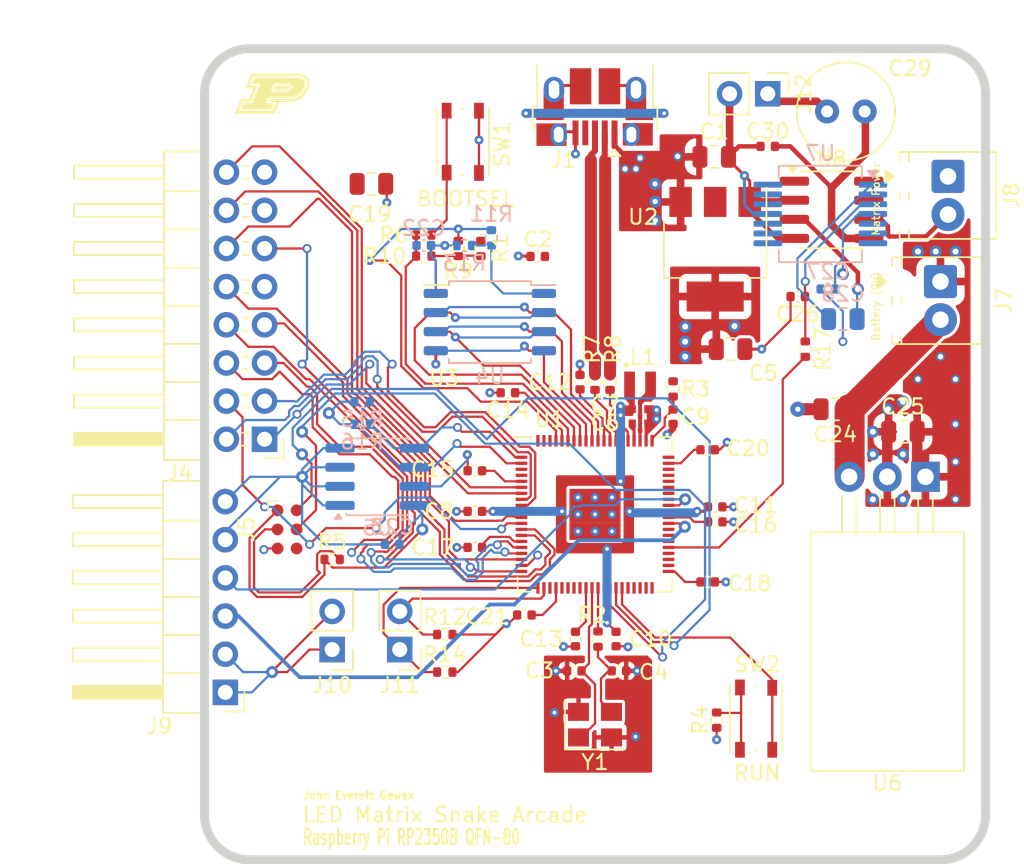
<source format=kicad_pcb>
(kicad_pcb (version 20241229) (generator "pcbnew") (generator_version "9.0")
  (title_block (title "RP2350B QFN-80 Snake Game PCB") (date "2024-07-04") (rev "REV3") (company "Raspberry Pi Ltd") (comment 1 "John Gewax"))
  (layers (0 "F.Cu" signal) (4 "In1.Cu" power) (6 "In2.Cu" power) (2 "B.Cu" signal) (13 "F.Paste" user) (15 "B.Paste" user) (5 "F.SilkS" user "F.Silkscreen") (7 "B.SilkS" user "B.Silkscreen") (1 "F.Mask" user) (3 "B.Mask" user) (25 "Edge.Cuts" user))
  (net 0 "")
  (net 1 "GND")
  (net 2 "VBUS")
  (net 3 "/XIN")
  (net 4 "/XOUT")
  (net 5 "+3V3")
  (net 6 "+1V1")
  (net 8 "/~{USB_BOOT}")
  (net 9 "/GPIO15")
  (net 10 "/GPIO14")
  (net 11 "/GPIO13")
  (net 12 "/GPIO12")
  (net 13 "/GPIO11")
  (net 14 "/GPIO10")
  (net 15 "/GPIO9")
  (net 16 "/GPIO8")
  (net 17 "/GPIO7")
  (net 18 "/GPIO6")
  (net 19 "/GPIO5")
  (net 20 "/GPIO4")
  (net 21 "/GPIO3")
  (net 22 "/GPIO2")
  (net 23 "/GPIO1")
  (net 24 "/GPIO0")
  (net 25 "/GPIO25")
  (net 26 "/GPIO24")
  (net 27 "/GPIO23")
  (net 28 "/GPIO22")
  (net 29 "/GPIO21")
  (net 30 "/GPIO20")
  (net 31 "/GPIO19")
  (net 32 "/GPIO18")
  (net 33 "/GPIO17")
  (net 34 "/GPIO16")
  (net 35 "/RUN")
  (net 36 "/SWD")
  (net 37 "/SWCLK")
  (net 38 "/QSPI_SS")
  (net 39 "/QSPI_SD3")
  (net 40 "/QSPI_SCLK")
  (net 41 "/QSPI_SD0")
  (net 42 "/QSPI_SD2")
  (net 43 "/QSPI_SD1")
  (net 44 "/USB_D+")
  (net 45 "/USB_D-")
  (net 46 "/VREG_LX")
  (net 47 "Net-(C4-Pad1)")
  (net 48 "/GPIO47_ADC7")
  (net 49 "/GPIO46_ADC6")
  (net 50 "/GPIO45_ADC5")
  (net 51 "/GPIO44_ADC4")
  (net 52 "/GPIO43_ADC3")
  (net 53 "/GPIO42_ADC2")
  (net 54 "/GPIO41_ADC1")
  (net 55 "/GPIO40_ADC0")
  (net 56 "/GPIO39")
  (net 57 "/GPIO38")
  (net 58 "/GPIO37")
  (net 59 "/GPIO36")
  (net 60 "/GPIO35")
  (net 61 "/GPIO34")
  (net 62 "/GPIO33")
  (net 63 "/GPIO32")
  (net 64 "/GPIO31")
  (net 65 "/GPIO30")
  (net 66 "Net-(R4-Pad1)")
  (net 67 "Net-(U1-USB_DP)")
  (net 68 "/GPIO29")
  (net 69 "/GPIO28")
  (net 70 "/GPIO27")
  (net 71 "/GPIO26")
  (net 72 "/FLASH_SS")
  (net 73 "/VREG_AVDD")
  (net 74 "Net-(U1-USB_DM)")
  (net 75 "/FLASH2_SS")
  (net 76 "+9V")
  (net 77 "Net-(U7A-+)")
  (net 78 "Net-(U7A--)")
  (net 79 "Net-(U8-+)")
  (net 80 "Net-(C29-Pad2)")
  (net 81 "Net-(J12-Pin_1)")
  (net 83 "Net-(J5-~{RESET})")
  (footprint "Capacitor_SMD:C_0805_2012Metric" (layer "F.Cu") (at 109.025 89)
    (property "Reference" "C5")
    (property "Value" "10u")
  )
  (footprint "Connector_USB:USB_Micro-B_Amphenol_10103594-0001LF_Horizontal" (layer "F.Cu") (at 99.975 72.835 180)
    (property "Reference" "J1")
    (property "Value" "USB_B_Micro")
  )
  (footprint "Capacitor_SMD:C_0402_1005Metric" (layer "F.Cu") (at 92 102.2 180)
    (property "Reference" "C17")
    (property "Value" "100n")
  )
  (footprint "Capacitor_SMD:C_0402_1005Metric" (layer "F.Cu") (at 96.185 82.83 180)
    (property "Reference" "C2")
    (property "Value" "100n")
  )
  (footprint "Resistor_SMD:R_0402_1005Metric" (layer "F.Cu") (at 92.4 82.3 -90)
    (property "Reference" "R1")
    (property "Value" "DNF")
  )
  (footprint "Package_TO_SOT_SMD:SOT-223-3_TabPin2" (layer "F.Cu") (at 108 82.35 -90)
    (property "Reference" "U2")
    (property "Value" "NCP1117-3.3_SOT223")
  )
  (footprint "Package_SO:SOIC-8_5.23x5.23mm_P1.27mm" (layer "F.Cu") (at 93 87.2)
    (property "Reference" "U3")
    (property "Value" "W25Q128JVS")
  )
  (footprint "Capacitor_SMD:C_0402_1005Metric" (layer "F.Cu") (at 101.595 110.42)
    (property "Reference" "C4")
    (property "Value" "15p")
  )
  (footprint "Capacitor_SMD:C_0402_1005Metric" (layer "F.Cu") (at 99 91.2 90)
    (property "Reference" "C12")
    (property "Value" "100n")
  )
  (footprint "Capacitor_SMD:C_0402_1005Metric" (layer "F.Cu") (at 108.005 100.5)
    (property "Reference" "C16")
    (property "Value" "100n")
  )
  (footprint "Capacitor_SMD:C_0402_1005Metric" (layer "F.Cu") (at 107.5 104.5)
    (property "Reference" "C18")
    (property "Value" "100n")
  )
  (footprint "Resistor_SMD:R_0402_1005Metric" (layer "F.Cu") (at 100 91.2 -90)
    (property "Reference" "R7")
    (property "Value" "27")
  )
  (footprint "Capacitor_SMD:C_0805_2012Metric" (layer "F.Cu") (at 107.9375 76.2)
    (property "Reference" "C1")
    (property "Value" "10u")
  )
  (footprint "Capacitor_SMD:C_0402_1005Metric" (layer "F.Cu") (at 92 97.1 180)
    (property "Reference" "C15")
    (property "Value" "100n")
  )
  (footprint "Capacitor_SMD:C_0402_1005Metric" (layer "F.Cu") (at 98.625 110.42 180)
    (property "Reference" "C3")
    (property "Value" "15p")
  )
  (footprint "Resistor_SMD:R_0402_1005Metric" (layer "F.Cu") (at 101 91.2 -90)
    (property "Reference" "R8")
    (property "Value" "27")
  )
  (footprint "Capacitor_SMD:C_0402_1005Metric" (layer "F.Cu") (at 107.5 95.7)
    (property "Reference" "C20")
    (property "Value" "100n")
  )
  (footprint "Resistor_SMD:R_0402_1005Metric" (layer "F.Cu") (at 100.2 108.305 -90)
    (property "Reference" "R2")
    (property "Value" "1k")
  )
  (footprint "Crystal:Crystal_SMD_3225-4Pin_3.2x2.5mm" (layer "F.Cu") (at 100 114)
    (property "Reference" "Y1")
    (property "Value" "ABM8-272-T3")
  )
  (footprint "Capacitor_SMD:C_0805_2012Metric" (layer "F.Cu") (at 85.115 78)
    (property "Reference" "C19")
    (property "Value" "10u")
  )
  (footprint "Package_TO_SOT_THT:TO-220-3_Horizontal_TabDown" (layer "F.Cu") (at 122 97.5 180)
    (property "Reference" "U6")
    (property "Value" "LM1084-5.0")
  )
  (footprint "Connector_PinHeader_2.54mm:PinHeader_1x06_P2.54mm_Horizontal" (layer "F.Cu") (at 75.385 111.85 180)
    (property "Reference" "J9")
    (property "Value" "Conn_01x06_Pin")
  )
  (footprint "Resistor_SMD:R_0402_1005Metric" (layer "F.Cu") (at 105.2 91.65 -90)
    (property "Reference" "R3")
    (property "Value" "33")
  )
  (footprint "Resistor_SMD:R_0402_1005Metric" (layer "F.Cu") (at 108.1 113.7 -90)
    (property "Reference" "R4")
    (property "Value" "1k")
  )
  (footprint "Connector_PinHeader_2.54mm:PinHeader_1x02_P2.54mm_Vertical" (layer "F.Cu") (at 111.5 72 -90)
    (property "Reference" "J12")
    (property "Value" "Conn_01x02_Pin")
  )
  (footprint "Capacitor_THT:C_Radial_D6.3mm_H5.0mm_P2.50mm" (layer "F.Cu") (at 115.4525 73.176951)
    (property "Reference" "C29")
    (property "Value" "250u")
  )
  (footprint "Capacitor_SMD:C_0402_1005Metric" (layer "F.Cu") (at 105.2 93.5 -90)
    (property "Reference" "C9")
    (property "Value" "4.7u")
  )
  (footprint "RP2350_80QFN_minimal:C_0402_1005Metric_small_pads" (layer "F.Cu") (at 103 93)
    (property "Reference" "C7")
    (property "Value" "4.7u")
  )
  (footprint "Capacitor_SMD:C_0805_2012Metric" (layer "F.Cu") (at 116 93 180)
    (property "Reference" "C24")
    (property "Value" "10u")
  )
  (footprint "Capacitor_SMD:C_0402_1005Metric" (layer "F.Cu") (at 94.2 91.9 180)
    (property "Reference" "C14")
    (property "Value" "100n")
  )
  (footprint "Capacitor_SMD:C_0805_2012Metric" (layer "F.Cu") (at 120.5 94.5)
    (property "Reference" "C25")
    (property "Value" "10u")
  )
  (footprint "Button_Switch_SMD:SW_Push_1P1T_NO_Vertical_Wuerth_434133025816" (layer "F.Cu") (at 91.2 75.2 -90)
    (property "Reference" "SW1")
    (property "Value" "SW_Push")
  )
  (footprint "TerminalBlock_Phoenix:TerminalBlock_Phoenix_MPT-0,5-2-2.54_1x02_P2.54mm_Horizontal" (layer "F.Cu") (at 123.5 77.5 -90)
    (property "Reference" "J8")
    (property "Value" "Screw_Terminal_01x02")
  )
  (footprint "Resistor_SMD:R_0402_1005Metric" (layer "F.Cu") (at 90 108)
    (property "Reference" "R12")
    (property "Value" "4.7k")
  )
  (footprint "Resistor_SMD:R_0402_1005Metric" (layer "F.Cu") (at 90.9 82.3 -90)
    (property "Reference" "R9")
    (property "Value" "DNF")
  )
  (footprint "RP2350_80QFN_minimal:C_0402_1005Metric_small_pads" (layer "F.Cu") (at 103 93.95)
    (property "Reference" "C6")
    (property "Value" "4.7u")
  )
  (footprint "Resistor_SMD:R_0402_1005Metric" (layer "F.Cu") (at 88.6 82.8)
    (property "Reference" "R10")
    (property "Value" "0")
  )
  (footprint "Capacitor_SMD:C_0402_1005Metric" (layer "F.Cu") (at 113.5 85.5 180)
    (property "Reference" "C26")
    (property "Value" "0.1u")
  )
  (footprint "Resistor_SMD:R_0402_1005Metric" (layer "F.Cu") (at 88.6 81.4)
    (property "Reference" "R6")
    (property "Value" "1k")
  )
  (footprint "Capacitor_SMD:C_0402_1005Metric" (layer "F.Cu") (at 101.4 108.3 -90)
    (property "Reference" "C10")
    (property "Value" "4.7u")
  )
  (footprint "LOGO" (layer "F.Cu") (at 78.5 72)
    (property "Reference" "G***" (hide yes))
    (property "Value" "LOGO" (hide yes))
  )
  (footprint "Capacitor_SMD:C_0402_1005Metric" (layer "F.Cu") (at 111.5 75.5 180)
    (property "Reference" "C30")
    (property "Value" "0.05u")
  )
  (footprint "Resistor_SMD:R_0402_1005Metric" (layer "F.Cu") (at 114 89 -90)
    (property "Reference" "R17")
    (property "Value" "1k")
  )
  (footprint "Package_SO:SOIC-8_3.9x4.9mm_P1.27mm" (layer "F.Cu") (at 115.75 79.724451)
    (property "Reference" "U8")
    (property "Value" "LM386")
  )
  (footprint "Connector:Tag-Connect_TC2030-IDC-NL_2x03_P1.27mm_Vertical" (layer "F.Cu") (at 79.5 101 -90)
    (property "Reference" "J5")
    (property "Value" "Conn_ARM_SWD_TagConnect_TC2030")
  )
  (footprint "Connector_PinHeader_2.54mm:PinHeader_1x02_P2.54mm_Vertical" (layer "F.Cu") (at 87 109 180)
    (property "Reference" "J11")
    (property "Value" "Conn_01x02_Pin")
  )
  (footprint "Connector_PinHeader_2.54mm:PinHeader_1x02_P2.54mm_Vertical" (layer "F.Cu") (at 82.5 109 180)
    (property "Reference" "J10")
    (property "Value" "Conn_01x02_Pin")
  )
  (footprint "RP2350_80QFN_minimal:RP2350-QFN-80-1EP_10x10_P0.4mm_EP3.4x3.4mm_ThermalVias" (layer "F.Cu") (at 100 100)
    (property "Reference" "U1")
    (property "Value" "RP2350_80QFN")
  )
  (footprint "TerminalBlock_Phoenix:TerminalBlock_Phoenix_MPT-0,5-2-2.54_1x02_P2.54mm_Horizontal" (layer "F.Cu") (at 123 84.5 -90)
    (property "Reference" "J7")
    (property "Value" "Screw_Terminal_01x02")
  )
  (footprint "RP2350_80QFN_minimal:L_pol_2016" (layer "F.Cu") (at 103 91.35)
    (property "Reference" "L1")
    (property "Value" "3.3u")
  )
  (footprint "Capacitor_SMD:C_0402_1005Metric" (layer "F.Cu") (at 92 99.8 180)
    (property "Reference" "C8")
    (property "Value" "100n")
  )
  (footprint "Capacitor_SMD:C_0402_1005Metric" (layer "F.Cu") (at 95.3 106.7 180)
    (property "Reference" "C21")
    (property "Value" "100n")
  )
  (footprint "Button_Switch_SMD:SW_Push_1P1T_NO_Vertical_Wuerth_434133025816" (layer "F.Cu") (at 110.725 113.6 90)
    (property "Reference" "SW2")
    (property "Value" "SW_Push")
  )
  (footprint "Connector_PinHeader_2.54mm:PinHeader_2x08_P2.54mm_Horizontal" (layer "F.Cu") (at 78 95 180)
    (property "Reference" "J4")
    (property "Value" "Conn_02x08_Counter_Clockwise")
  )
  (footprint "Capacitor_SMD:C_0402_1005Metric" (layer "F.Cu") (at 108 99.5)
    (property "Reference" "C11")
    (property "Value" "100n")
  )
  (footprint "Resistor_SMD:R_0402_1005Metric" (layer "F.Cu") (at 90 110.5)
    (property "Reference" "R14")
    (property "Value" "4.7k")
  )
  (footprint "Resistor_SMD:R_0402_1005Metric" (layer "F.Cu") (at 82.5 103)
    (property "Reference" "R5")
    (property "Value" "10k")
  )
  (footprint "Capacitor_SMD:C_0402_1005Metric" (layer "F.Cu") (at 98.7 108.3 -90)
    (property "Reference" "C13")
    (property "Value" "100n")
  )
  (footprint "Package_SO:SOIC-8_3.9x4.9mm_P1.27mm" (layer "B.Cu") (at 85.5 97.5)
    (property "Reference" "U5")
    (property "Value" "24AA025E-SN")
  )
  (footprint "Resistor_SMD:R_0402_1005Metric" (layer "B.Cu") (at 84.5 94)
    (property "Reference" "R16")
    (property "Value" "4.7k")
  )
  (footprint "Package_SO:SOIC-8_5.23x5.23mm_P1.27mm" (layer "B.Cu") (at 93 87.2 180)
    (property "Reference" "U4")
    (property "Value" "DNF")
  )
  (footprint "Resistor_SMD:R_0402_1005Metric" (layer "B.Cu") (at 84.5 92.5)
    (property "Reference" "R15")
    (property "Value" "4.7k")
  )
  (footprint "Capacitor_SMD:C_0402_1005Metric" (layer "B.Cu") (at 115.5 85 180)
    (property "Reference" "C27")
    (property "Value" "100n")
  )
  (footprint "Resistor_SMD:R_0402_1005Metric" (layer "B.Cu") (at 93.1 81.59 -90)
    (property "Reference" "R11")
    (property "Value" "DNF")
  )
  (footprint "Resistor_SMD:R_0402_1005Metric" (layer "B.Cu") (at 91.3 82.1)
    (property "Reference" "R13")
    (property "Value" "DNF")
  )
  (footprint "Capacitor_SMD:C_0402_1005Metric" (layer "B.Cu") (at 88.6 82.1 180)
    (property "Reference" "C22")
    (property "Value" "DNF")
  )
  (footprint "Package_SO:SSOP-14_5.3x6.2mm_P0.65mm" (layer "B.Cu") (at 115 80 180)
    (property "Reference" "U7")
    (property "Value" "LM324")
  )
  (footprint "Capacitor_SMD:C_0805_2012Metric" (layer "B.Cu") (at 116.5 87 180)
    (property "Reference" "C28")
    (property "Value" "10u")
  )
  (footprint "Capacitor_SMD:C_0402_1005Metric" (layer "B.Cu") (at 86.5 102 180)
    (property "Reference" "C23")
    (property "Value" "100n")
  )
  (gr_line (start 123 123) (end 77 123) (stroke (width 0.6)) (layer "Edge.Cuts"))
  (gr_line (start 126 72) (end 126 120) (stroke (width 0.6)) (layer "Edge.Cuts"))
  (gr_line (start 77 69) (end 123 69) (stroke (width 0.6)) (layer "Edge.Cuts"))
  (gr_line (start 74 120) (end 74 72) (stroke (width 0.6)) (layer "Edge.Cuts"))
  (gr_arc (start 123 69) (mid 125.12132 69.87868) (end 126 72) (stroke (width 0.6)) (layer "Edge.Cuts"))
  (gr_arc (start 74 72) (mid 74.880475 69.874345) (end 77.00613 68.99387) (stroke (width 0.6)) (layer "Edge.Cuts"))
  (gr_arc (start 77 123) (mid 74.878679 122.121321) (end 74 120) (stroke (width 0.6)) (layer "Edge.Cuts"))
  (gr_arc (start 126 120) (mid 125.121321 122.121321) (end 123 123) (stroke (width 0.6)) (layer "Edge.Cuts"))
  (gr_text "Raspberry Pi RP2350B QFN-80" (at 87.789116 121.492451 0) (layer "F.SilkS") (effects (font (size 1 0.6))))
  (gr_text "BOOTSEL" (at 91.4 79 0) (layer "F.SilkS") (effects (font (size 1 1))))
  (gr_text "LED Matrix Snake Arcade\n" (at 90 120 0) (layer "F.SilkS") (effects (font (size 1 1))))
  (gr_text "Matrix Power" (at 119 81.5 90) (layer "F.SilkS") (effects (font (size 0.5 0.5) (thickness 0.09) (bold yes)) (justify left bottom)))
  (gr_text "John Everett Gewax\n" (at 80.5 119 0) (layer "F.SilkS") (effects (font (size 0.5 0.5) (thickness 0.125) (bold yes)) (justify left bottom)))
  (gr_text "Battery (9V)" (at 119 88.5 90) (layer "F.SilkS") (effects (font (size 0.5 0.5) (thickness 0.09) (bold yes)) (justify left bottom)))
  (gr_text "RUN" (at 110.8 117.2 0) (layer "F.SilkS") (effects (font (size 1 1))))
  (segment (start 94.2445 107.2755) (end 94.82 106.7) (width 0.15) (layer "F.Cu") (net 1))
  (segment (start 91.5 96.025) (end 91.52 96.045) (width 0.15) (layer "F.Cu") (net 1))
  (segment (start 107.98 104.5) (end 108.715 104.5) (width 0.15) (layer "F.Cu") (net 1))
  (segment (start 113.02 85.5) (end 113.02 87.08) (width 0.15) (layer "F.Cu") (net 1))
  (segment (start 109.95 77.45) (end 110.3 77.8) (width 0.2) (layer "F.Cu") (net 1))
  (segment (start 102.8 110.42) (end 102.08 110.42) (width 0.15) (layer "F.Cu") (net 1))
  (segment (start 78.029307 102.27) (end 77.953156 102.346151) (width 0.15) (layer "F.Cu") (net 1))
  (segment (start 112.129451 81.629451) (end 110.55 80.05) (width 0.3) (layer "F.Cu") (net 1))
  (segment (start 91.52 96.045) (end 91.52 97.1) (width 0.15) (layer "F.Cu") (net 1))
  (segment (start 110.55 80.05) (end 110.55 79.924451) (width 0.3) (layer "F.Cu") (net 1))
  (segment (start 90.51 110.5) (end 90.8755 110.5) (width 0.15) (layer "F.Cu") (net 1))
  (segment (start 94.9 82.8) (end 95.375 82.8) (width 0.2) (layer "F.Cu") (net 1))
  (segment (start 121.45 96.45) (end 121.45 94.5) (width 0.7) (layer "F.Cu") (net 1))
  (segment (start 90.78 99.8) (end 91.52 99.8) (width 0.15) (layer "F.Cu") (net 1))
  (segment (start 113.5 93) (end 115.05 93) (width 0.8) (layer "F.Cu") (net 1))
  (segment (start 108.48 99.5) (end 109.22 99.5) (width 0.15) (layer "F.Cu") (net 1))
  (segment (start 108.8875 76.3875) (end 109.95 77.45) (width 0.2) (layer "F.Cu") (net 1))
  (segment (start 113.275 79.089451) (end 110.410549 79.089451) (width 0.3) (layer "F.Cu") (net 1))
  (segment (start 97.78 74.525) (end 97.575 74.73) (width 0.2) (layer "F.Cu") (net 1))
  (segment (start 110.05 89) (end 111.1 89) (width 0.2) (layer "F.Cu") (net 1))
  (segment (start 98.14 110.42) (end 97.4 110.42) (width 0.2) (layer "F.Cu") (net 1))
  (segment (start 108.8875 76.2) (end 108.8875 76.3875) (width 0.2) (layer "F.Cu") (net 1))
  (segment (start 100.96 71.45) (end 102.46 71.45) (width 0.2) (layer "F.Cu") (net 1))
  (segment (start 78.865 102.27) (end 78.029307 102.27) (width 0.15) (layer "F.Cu") (net 1))
  (segment (start 108.1 114.18) (end 108.1 115) (width 0.15) (layer "F.Cu") (net 1))
  (segment (start 122 97.5) (end 122 96.5) (width 0.15) (layer "F.Cu") (net 1))
  (segment (start 90.8 102.2) (end 91.52 102.2) (width 0.15) (layer "F.Cu") (net 1))
  (segment (start 122 96.5) (end 121.95 96.45) (width 0.15) (layer "F.Cu") (net 1))
  (segment (start 108.96 72) (end 108.96 76.1275) (width 0.5) (layer "F.Cu") (net 1))
  (segment (start 109.5875 75.5) (end 108.8875 76.2) (width 0.3) (layer "F.Cu") (net 1))
  (segment (start 108.485 100.5) (end 109.22 100.5) (width 0.15) (layer "F.Cu") (net 1))
  (segment (start 95.375 82.8) (end 95.405 82.83) (width 0.2) (layer "F.Cu") (net 1))
  (segment (start 111.02 75.5) (end 109.5875 75.5) (width 0.3) (layer "F.Cu") (net 1))
  (segment (start 102.16 108.78) (end 102.2 108.82) (width 0.15) (layer "F.Cu") (net 1))
  (segment (start 92.275 75.075) (end 92.275 73.125) (width 0.15) (layer "F.Cu") (net 1))
  (segment (start 122 97.5) (end 122 97) (width 0.15) (layer "F.Cu") (net 1))
  (segment (start 99 90.72) (end 99 90) (width 0.2) (layer "F.Cu") (net 1))
  (segment (start 90.8755 110.5) (end 94.1 107.2755) (width 0.15) (layer "F.Cu") (net 1))
  (segment (start 98.7 74.6) (end 98.7 76) (width 0.2) (layer "F.Cu") (net 1))
  (segment (start 105.2 93.98) (end 105.2 94.3) (width 0.4) (layer "F.Cu") (net 1))
  (segment (start 110.3 77.8) (end 110.3 79.3) (width 0.2) (layer "F.Cu") (net 1))
  (segment (start 92.275 77.275) (end 92.275 73.125) (width 0.15) (layer "F.Cu") (net 1))
  (segment (start 108.3 95.7) (end 108.8 95.2) (width 0.15) (layer "F.Cu") (net 1))
  (segment (start 112.255 81.629451) (end 112.129451 81.629451) (width 0.3) (layer "F.Cu") (net 1))
  (segment (start 97.54 71.45) (end 97.27 71.72) (width 0.2) (layer "F.Cu") (net 1))
  (segment (start 97.9 108.8) (end 98.68 108.8) (width 0.15) (layer "F.Cu") (net 1))
  (segment (start 94.1 107.2755) (end 94.2445 107.2755) (width 0.15) (layer "F.Cu") (net 1))
  (segment (start 102.46 71.45) (end 102.73 71.72) (width 0.2) (layer "F.Cu") (net 1))
  (segment (start 98.68 108.8) (end 98.7 108.78) (width 0.15) (layer "F.Cu") (net 1))
  (segment (start 101.4 108.78) (end 102.16 108.78) (width 0.15) (layer "F.Cu") (net 1))
  (segment (start 113.02 87.08) (end 111.1 89) (width 0.15) (layer "F.Cu") (net 1))
  (segment (start 122 97) (end 121.45 96.45) (width 0.15) (layer "F.Cu") (net 1))
  (segment (start 90.51 108) (end 93.3755 108) (width 0.15) (layer "F.Cu") (net 1))
  (segment (start 89.4 90) (end 89.4 89.105) (width 0.2) (layer "F.Cu") (net 1))
  (segment (start 107.975 95.7) (end 108.3 95.7) (width 0.15) (layer "F.Cu") (net 1))
  (segment (start 93.72 91.9) (end 93 91.9) (width 0.15) (layer "F.Cu") (net 1))
  (segment (start 98.7 74.525) (end 97.78 74.525) (width 0.2) (layer "F.Cu") (net 1))
  (segment (start 93.3755 108) (end 94.1 107.2755) (width 0.15) (layer "F.Cu") (net 1))
  (segment (start 108.96 76.1275) (end 108.8875 76.2) (width 0.5) (layer "F.Cu") (net 1))
  (segment (start 95.405 82.83) (end 95.7 82.83) (width 0.2) (layer "F.Cu") (net 1))
  (segment (start 105.2 94.3) (end 104.8 94.7) (width 0.4) (layer "F.Cu") (net 1))
  (segment (start 110.410549 79.089451) (end 110.3 79.2) (width 0.3) (layer "F.Cu") (net 1))
  (segment (start 99.04 71.45) (end 97.54 71.45) (width 0.2) (layer "F.Cu") (net 1))
  (segment (start 86.14 78) (end 86.14 79.25) (width 0.15) (layer "F.Cu") (net 1))
  (via (at 102.7 114.8) (size 0.6) (drill 0.25) (layers "F.Cu" "B.Cu") (net 1))
  (via (at 97.3 113.2) (size 0.6) (drill 0.25) (layers "F.Cu" "B.Cu") (net 1))
  (via (at 97.9 108.8) (size 0.6) (drill 0.25) (layers "F.Cu" "B.Cu") (net 1))
  (via (at 124 99) (size 0.6) (drill 0.35) (layers "F.Cu" "B.Cu") (net 1))
  (via (at 124 91) (size 0.6) (drill 0.35) (layers "F.Cu" "B.Cu") (net 1))
  (via (at 124 82.5) (size 0.8) (drill 0.4) (layers "F.Cu" "B.Cu") (net 1))
  (via (at 121.5 82.5) (size 0.8) (drill 0.4) (layers "F.Cu" "B.Cu") (net 1))
  (via (at 122.688628 82.5) (size 0.8) (drill 0.4) (layers "F.Cu" "B.Cu") (net 1))
  (via (at 77.953156 102.346151) (size 0.6) (drill 0.35) (layers "F.Cu" "B.Cu") (net 1))
  (via (at 123 89.5) (size 0.6) (drill 0.35) (layers "F.Cu" "B.Cu") (net 1))
  (via (at 113.5 93) (size 1) (drill 0.35) (layers "F.Cu" "B.Cu") (net 1))
  (via (at 108.1 115) (size 0.6) (drill 0.25) (layers "F.Cu" "B.Cu") (net 1))
  (via (at 80.5 97.5) (size 0.8) (drill 0.4) (layers "F.Cu" "B.Cu") (net 1))
  (via (at 94.9 82.8) (size 0.6) (drill 0.25) (layers "F.Cu" "B.Cu") (net 1))
  (via (at 94.1 107.2755) (size 0.6) (drill 0.25) (layers "F.Cu" "B.Cu") (net 1))
  (via (at 109.95 77.45) (size 0.6) (drill 0.25) (layers "F.Cu" "B.Cu") (net 1))
  (via (at 99 90) (size 0.6) (drill 0.25) (layers "F.Cu" "B.Cu") (net 1))
  (via (at 121.5 91) (size 0.6) (drill 0.35) (layers "F.Cu" "B.Cu") (net 1))
  (via (at 102.2 108.82) (size 0.6) (drill 0.25) (layers "F.Cu" "B.Cu") (net 1))
  (via (at 104.1 93.65) (size 0.6) (drill 0.25) (layers "F.Cu" "B.Cu") (net 1))
  (via (at 86.14 79.25) (size 0.6) (drill 0.25) (layers "F.Cu" "B.Cu") (net 1))
  (via (at 124 96.5) (size 0.6) (drill 0.35) (layers "F.Cu" "B.Cu") (net 1))
  (via (at 89.4 90) (size 0.6) (drill 0.25) (layers "F.Cu" "B.Cu") (net 1))
  (via (at 124 94) (size 0.6) (drill 0.35) (layers "F.Cu" "B.Cu") (net 1))
  (via (at 90.78 99.8) (size 0.6) (drill 0.25) (layers "F.Cu" "B.Cu") (net 1))
  (via (at 111.1 89) (size 0.6) (drill 0.25) (layers "F.Cu" "B.Cu") (net 1))
  (via (at 102.8 110.42) (size 0.6) (drill 0.25) (layers "F.Cu" "B.Cu") (net 1))
  (via (at 108.715 104.5) (size 0.6) (drill 0.25) (layers "F.Cu" "B.Cu") (net 1))
  (via (at 109.22 100.5) (size 0.6) (drill 0.25) (layers "F.Cu" "B.Cu") (net 1))
  (via (at 104.1 93.05) (size 0.6) (drill 0.25) (layers "F.Cu" "B.Cu") (net 1))
  (via (at 98.7 76) (size 0.6) (drill 0.25) (layers "F.Cu" "B.Cu") (net 1))
  (via (at 108.8 95.2) (size 0.6) (drill 0.25) (layers "F.Cu" "B.Cu") (net 1))
  (via (at 109.22 99.5) (size 0.6) (drill 0.25) (layers "F.Cu" "B.Cu") (net 1))
  (via (at 91.5 96.025) (size 0.6) (drill 0.25) (layers "F.Cu" "B.Cu") (net 1))
  (via (at 97.4 110.42) (size 0.6) (drill 0.25) (layers "F.Cu" "B.Cu") (net 1))
  (via (at 116.5 88.5) (size 0.6) (drill 0.35) (layers "F.Cu" "B.Cu") (net 1))
  (via (at 90.8 102.2) (size 0.6) (drill 0.25) (layers "F.Cu" "B.Cu") (net 1))
  (via (at 93 91.9) (size 0.6) (drill 0.25) (layers "F.Cu" "B.Cu") (net 1))
  (via (at 104.8 94.7) (size 0.6) (drill 0.25) (layers "F.Cu" "B.Cu") (net 1))
  (via (at 92.275 75.075) (size 0.6) (drill 0.25) (layers "F.Cu" "B.Cu") (net 1))
  (segment (start 110.550001 80) (end 111.5 80) (width 0.2) (layer "B.Cu") (net 1))
  (segment (start 116.5 86.48) (end 116.5 88.5) (width 0.15) (layer "B.Cu") (net 1))
  (segment (start 81.905 95.595) (end 80.5 97) (width 0.15) (layer "B.Cu") (net 1))
  (segment (start 75.385 101.69) (end 75.385 101.1525) (width 0.15) (layer "B.Cu") (net 1))
  (segment (start 79.0375 97.5) (end 80.5 97.5) (width 0.15) (layer "B.Cu") (net 1))
  (segment (start 89.75 98.135) (end 87.975 98.135) (width 0.15) (layer "B.Cu") (net 1))
  (segment (start 81.905 99.405) (end 80.5 98) (width 0.15) (layer "B.Cu") (net 1))
  (segment (start 91.5 96.385) (end 89.75 98.135) (width 0.15) (layer "B.Cu") (net 1))
  (segment (start 75.385 99.15) (end 77.035 97.5) (width 0.15) (layer "B.Cu") (net 1))
  (segment (start 83.025 99.405) (end 81.905 99.405) (width 0.15) (layer "B.Cu") (net 1))
  (segment (start 109.95 79.399999) (end 110.550001 80) (width 0.2) (layer "B.Cu") (net 1))
  (segment (start 81.135 96.865) (end 80.5 97.5) (width 0.15) (layer "B.Cu") (net 1))
  (segment (start 77.035 97.5) (end 80.5 97.5) (width 0.15) (layer "B.Cu") (net 1))
  (segment (start 115.02 85) (end 116.5 86.48) (width 0.15) (layer "B.Cu") (net 1))
  (segment (start 109.95 77.45) (end 109.95 79.399999) (width 0.2) (layer "B.Cu") (net 1))
  (segment (start 80.5 98) (end 80.5 97.5) (width 0.15) (layer "B.Cu") (net 1))
  (segment (start 83.025 98.135) (end 81.135 98.135) (width 0.15) (layer "B.Cu") (net 1))
  (segment (start 80.5 97) (end 80.5 97.5) (width 0.15) (layer "B.Cu") (net 1))
  (segment (start 83.025 95.595) (end 81.905 95.595) (width 0.15) (layer "B.Cu") (net 1))
  (segment (start 83.025 96.865) (end 81.135 96.865) (width 0.15) (layer "B.Cu") (net 1))
  (segment (start 91.5 96.025) (end 91.5 96.385) (width 0.15) (layer "B.Cu") (net 1))
  (segment (start 86.02 102) (end 82 102) (width 0.15) (layer "B.Cu") (net 1))
  (segment (start 81.135 98.135) (end 80.5 97.5) (width 0.15) (layer "B.Cu") (net 1))
  (segment (start 75.385 101.1525) (end 79.0375 97.5) (width 0.15) (layer "B.Cu") (net 1))
  (segment (start 80.5 100.5) (end 80.5 97.5) (width 0.15) (layer "B.Cu") (net 1))
  (segment (start 82 102) (end 80.5 100.5) (width 0.15) (layer "B.Cu") (net 1))
  (segment (start 101.3 75.5) (end 102.1 76.3) (width 0.4) (layer "F.Cu") (net 2))
  (segment (start 122.04 81.5) (end 123 80.54) (width 0.3) (layer "F.Cu") (net 2))
  (segment (start 119.5 80.818851) (end 119.5 81.409425) (width 0.3) (layer "F.Cu") (net 2))
  (segment (start 119.46 97.5) (end 119.46 95.09) (width 0.7) (layer "F.Cu") (net 2))
  (segment (start 118.225 80.359451) (end 119.0406 80.359451) (width 0.15) (layer "F.Cu") (net 2))
  (segment (start 101.3 74.525) (end 101.3 75.5) (width 0.4) (layer "F.Cu") (net 2))
  (segment (start 119.590575 81.5) (end 122.04 81.5) (width 0.3) (layer "F.Cu") (net 2))
  (segment (start 119.5 81.409425) (end 119.590575 81.5) (width 0.3) (layer "F.Cu") (net 2))
  (segment (start 119.0406 80.359451) (end 119.5 80.818851) (width 0.3) (layer "F.Cu") (net 2))
  (segment (start 119.46 95.09) (end 120.05 94.5) (width 0.15) (layer "F.Cu") (net 2))
  (via (at 119.5 93) (size 0.8) (drill 0.4) (layers "F.Cu" "B.Cu") (net 2))
  (via (at 118.5 99) (size 0.8) (drill 0.4) (layers "F.Cu" "B.Cu") (net 2))
  (via (at 120.5 99) (size 0.8) (drill 0.4) (layers "F.Cu" "B.Cu") (net 2))
  (via (at 120.5 92.5) (size 0.8) (drill 0.4) (layers "F.Cu" "B.Cu") (net 2))
  (via (at 104 78) (size 0.8) (drill 0.35) (layers "F.Cu" "B.Cu") (net 2))
  (via (at 104.016196 80.432998) (size 0.8) (drill 0.35) (layers "F.Cu" "B.Cu") (net 2))
  (via (at 118.5 94.5) (size 0.8) (drill 0.4) (layers "F.Cu" "B.Cu") (net 2))
  (via (at 103 76.274997) (size 0.6) (drill 0.35) (layers "F.Cu" "B.Cu") (net 2))
  (via (at 102 77) (size 0.6) (drill 0.35) (layers "F.Cu" "B.Cu") (net 2))
  (via (at 104.005029 79.171127) (size 0.8) (drill 0.35) (layers "F.Cu" "B.Cu") (net 2))
  (via (at 118.5 96) (size 0.8) (drill 0.4) (layers "F.Cu" "B.Cu") (net 2))
  (via (at 120.5 96) (size 0.8) (drill 0.4) (layers "F.Cu" "B.Cu") (net 2))
  (via (at 102.725003 77) (size 0.6) (drill 0.35) (layers "F.Cu" "B.Cu") (net 2))
  (via (at 116.5 84) (size 0.8) (drill 0.4) (layers "F.Cu" "B.Cu") (net 2))
  (via (at 105.501407 76.167205) (size 0.6) (drill 0.35) (layers "F.Cu" "B.Cu") (net 2))
  (segment (start 117.550001 80) (end 118.5 80) (width 0.15) (layer "B.Cu") (net 2))
  (segment (start 116.5 81.050001) (end 117.550001 80) (width 0.15) (layer "B.Cu") (net 2))
  (segment (start 115.98 83.52) (end 115.98 85) (width 0.15) (layer "B.Cu") (net 2))
  (segment (start 116.5 84) (end 116.5 83) (width 0.15) (layer "B.Cu") (net 2))
  (segment (start 116.5 83) (end 115.98 83.52) (width 0.15) (layer "B.Cu") (net 2))
  (segment (start 116.5 83) (end 116.5 81.050001) (width 0.15) (layer "B.Cu") (net 2))
  (segment (start 99 110.31) (end 100 111.31) (width 0.15) (layer "F.Cu") (net 3))
  (segment (start 100 113.925) (end 99.075 114.85) (width 0.15) (layer "F.Cu") (net 3))
  (segment (start 99.8 107.3) (end 99.6 107.5) (width 0.15) (layer "F.Cu") (net 3))
  (segment (start 99.6 107.5) (end 99.6 109.925) (width 0.15) (layer "F.Cu") (net 3))
  (segment (start 99.8 104.8965) (end 99.8 107.3) (width 0.15) (layer "F.Cu") (net 3))
  (segment (start 99.6 109.925) (end 99.105 110.42) (width 0.15) (layer "F.Cu") (net 3))
  (segment (start 100 111.31) (end 100 113.925) (width 0.15) (layer "F.Cu") (net 3))
  (segment (start 99.075 114.85) (end 98.9 114.85) (width 0.15) (layer "F.Cu") (net 3))
  (segment (start 100.2 104.8965) (end 100.2 107.825) (width 0.15) (layer "F.Cu") (net 4))
  (segment (start 77 101.595) (end 77 105) (width 0.15) (layer "F.Cu") (net 5))
  (segment (start 85.954 103.546) (end 88.5 101) (width 0.15) (layer "F.Cu") (net 5))
  (segment (start 97.4 104.8965) (end 97.4 105.8) (width 0.15) (layer "F.Cu") (net 5))
  (segment (start 79.5 110.5) (end 81 109) (width 0.15) (layer "F.Cu") (net 5))
  (segment (start 95.3 91.9) (end 94.68 91.9) (width 0.15) (layer "F.Cu") (net 5))
  (segment (start 99 91.68) (end 99 92.1) (width 0.15) (layer "F.Cu") (net 5))
  (segment (start 104.61 100.2) (end 106.3 100.2) (width 0.15) (layer "F.Cu") (net 5))
  (segment (start 106 104.5) (end 107.02 104.5) (width 0.15) (layer "F.Cu") (net 5))
  (segment (start 106.3 100.2) (end 106.6 100.5) (width 0.15) (layer "F.Cu") (net 5))
  (segment (start 81.99 104.01) (end 81.99 103) (width 0.15) (layer "F.Cu") (net 5))
  (segment (start 92.48 102.02) (end 93 101.5) (width 0.15) (layer "F.Cu") (net 5))
  (segment (start 78.865 99.73) (end 77 101.595) (width 0.15) (layer "F.Cu") (net 5))
  (segment (start 78.5 110.5) (end 79.5 110.5) (width 0.15) (layer "F.Cu") (net 5))
  (segment (start 99 92.1) (end 100.5 93.6) (width 0.15) (layer "F.Cu") (net 5))
  (segment (start 93.3 97.1) (end 92.48 97.1) (width 0.15) (layer "F.Cu") (net 5))
  (segment (start 77.5 105.5) (end 80.5 105.5) (width 0.15) (layer "F.Cu") (net 5))
  (segment (start 94 97.8) (end 93.3 97.1) (width 0.15) (layer "F.Cu") (net 5))
  (segment (start 81 109) (end 82.5 109) (width 0.15) (layer "F.Cu") (net 5))
  (segment (start 100.5 93.6) (end 100.5 94.1) (width 0.15) (layer "F.Cu") (net 5))
  (segment (start 100.5 94.1) (end 100.6 94.2) (width 0.15) (layer "F.Cu") (net 5))
  (segment (start 97.4 105.8) (end 96.5 106.7) (width 0.15) (layer "F.Cu") (net 5))
  (segment (start 101 95.1035) (end 101 94.6) (width 0.15) (layer "F.Cu") (net 5))
  (segment (start 78.5 110.46) (end 82.5 106.46) (width 0.15) (layer "F.Cu") (net 5))
  (segment (start 92.48 102.2) (end 92.48 102.02) (width 0.15) (layer "F.Cu") (net 5))
  (segment (start 95.1035 97.8) (end 94 97.8) (width 0.15) (layer "F.Cu") (net 5))
  (segment (start 81.99 103) (end 82.536 103.546) (width 0.15) (layer "F.Cu") (net 5))
  (segment (start 101 94.6) (end 100.5 94.1) (width 0.15) (layer "F.Cu") (net 5))
  (segment (start 106.6 100.5) (end 107.525 100.5) (width 0.15) (layer "F.Cu") (net 5))
  (segment (start 94.6 101.8) (end 95.39 101.8) (width 0.15) (layer "F.Cu") (net 5))
  (segment (start 104.8965 103.8) (end 105.3 103.8) (width 0.15) (layer "F.Cu") (net 5))
  (segment (start 99.4 107.12) (end 98.7 107.82) (width 0.15) (layer "F.Cu") (net 5))
  (segment (start 97.8 94.4) (end 95.3 91.9) (width 0.15) (layer "F.Cu") (net 5))
  (segment (start 78.5 110.5) (end 78.5 110.46) (width 0.15) (layer "F.Cu") (net 5))
  (segment (start 105.7 96.6) (end 104.8965 96.6) (width 0.15) (layer "F.Cu") (net 5))
  (segment (start 100.6 94.2) (end 100.6 95.1035) (width 0.15) (layer "F.Cu") (net 5))
  (segment (start 107.015 95.7) (end 106.6 95.7) (width 0.15) (layer "F.Cu") (net 5))
  (segment (start 99.4 104.61) (end 99.4 107.12) (width 0.15) (layer "F.Cu") (net 5))
  (segment (start 94.3 101.5) (end 94.6 101.8) (width 0.15) (layer "F.Cu") (net 5))
  (segment (start 93 101.5) (end 94.3 101.5) (width 0.15) (layer "F.Cu") (net 5))
  (segment (start 80.5 105.5) (end 81.99 104.01) (width 0.15) (layer "F.Cu") (net 5))
  (segment (start 105.3 103.8) (end 106 104.5) (width 0.15) (layer "F.Cu") (net 5))
  (segment (start 96.5 106.7) (end 95.98 106.7) (width 0.15) (layer "F.Cu") (net 5))
  (segment (start 97.8 95.1035) (end 97.8 94.4) (width 0.15) (layer "F.Cu") (net 5))
  (segment (start 82.536 103.546) (end 85.954 103.546) (width 0.15) (layer "F.Cu") (net 5))
  (segment (start 106.6 95.7) (end 105.7 96.6) (width 0.15) (layer "F.Cu") (net 5))
  (segment (start 77 105) (end 77.5 105.5) (width 0.15) (layer "F.Cu") (net 5))
  (via (at 95.4 73.3) (size 0.6) (drill 0.25) (layers "F.Cu" "B.Cu") (net 5))
  (via (at 90 82.1) (size 0.6) (drill 0.25) (layers "F.Cu" "B.Cu") (net 5))
  (via (at 88.5 101) (size 0.8) (drill 0.4) (layers "F.Cu" "B.Cu") (net 5))
  (via (at 109.285963 87.46316) (size 0.8) (drill 0.4) (layers "F.Cu" "B.Cu") (net 5))
  (via (at 78.5 110.5) (size 0.8) (drill 0.4) (layers "F.Cu" "B.Cu") (net 5))
  (via (at 106 87.5) (size 0.8) (drill 0.4) (layers "F.Cu" "B.Cu") (net 5))
  (via (at 106 89.5) (size 0.8) (drill 0.4) (layers "F.Cu" "B.Cu") (net 5))
  (via (at 104.6 73.3) (size 0.6) (drill 0.25) (layers "F.Cu" "B.Cu") (net 5))
  (via (at 82.284057 93.256598) (size 0.8) (drill 0.4) (layers "F.Cu" "B.Cu") (net 5))
  (via (at 105.996398 88.500411) (size 0.8) (drill 0.4) (layers "F.Cu" "B.Cu") (net 5))
  (segment (start 86.98 102) (end 86.98 101.45) (width 0.15) (layer "B.Cu") (net 5))
  (segment (start 76.575 110.5) (end 78.5 110.5) (width 0.15) (layer "B.Cu") (net 5))
  (segment (start 87.975 99.405) (end 88.5 99.93) (width 0.15) (layer "B.Cu") (net 5))
  (segment (start 89.08 82.78) (end 89.4 83.1) (width 0.15) (layer "B.Cu") (net 5))
  (segment (start 89.08 82.1) (end 90 82.1) (width 0.15) (layer "B.Cu") (net 5))
  (segment (start 83.027459 94) (end 82.284057 93.256598) (width 0.15) (layer "B.Cu") (net 5))
  (segment (start 89.08 82.1) (end 89.08 82.78) (width 0.15) (layer "B.Cu") (net 5))
  (segment (start 77.15 111.85) (end 78.5 110.5) (width 0.15) (layer "B.Cu") (net 5))
  (segment (start 83.040655 92.5) (end 82.284057 93.256598) (width 0.15) (layer "B.Cu") (net 5))
  (segment (start 104.6 73.3) (end 95.4 73.3) (width 0.6) (layer "B.Cu") (net 5))
  (segment (start 83.99 92.5) (end 83.040655 92.5) (width 0.15) (layer "B.Cu") (net 5))
  (segment (start 83.99 94) (end 83.027459 94) (width 0.15) (layer "B.Cu") (net 5))
  (segment (start 86.98 101.45) (end 88.5 99.93) (width 0.15) (layer "B.Cu") (net 5))
  (segment (start 75.385 109.31) (end 76.575 110.5) (width 0.15) (layer "B.Cu") (net 5))
  (segment (start 75.385 111.85) (end 77.15 111.85) (width 0.15) (layer "B.Cu") (net 5))
  (segment (start 89.4 83.1) (end 89.4 85.295) (width 0.15) (layer "B.Cu") (net 5))
  (segment (start 88.5 99.93) (end 88.5 101) (width 0.15) (layer "B.Cu") (net 5))
  (segment (start 90.79 82.1) (end 90 82.1) (width 0.15) (layer "B.Cu") (net 5))
  (segment (start 102.2 95.1035) (end 102.175 95.0785) (width 0.15) (layer "F.Cu") (net 6))
  (segment (start 101.9 94.200736) (end 101.9 93) (width 0.15) (layer "F.Cu") (net 6))
  (segment (start 102.175 94.5) (end 102.075 94.4) (width 0.15) (layer "F.Cu") (net 6))
  (segment (start 102.075 94.375736) (end 101.9 94.200736) (width 0.15) (layer "F.Cu") (net 6))
  (segment (start 100.6 107.02) (end 100.8 107.22) (width 0.15) (layer "F.Cu") (net 6))
  (segment (start 101.9 93) (end 101.7 92.8) (width 0.15) (layer "F.Cu") (net 6))
  (segment (start 107.22 99.8) (end 107.52 99.5) (width 0.2) (layer "F.Cu") (net 6))
  (segment (start 106.8 99.8) (end 107.22 99.8) (width 0.2) (layer "F.Cu") (net 6))
  (segment (start 92.48 99.8) (end 93.2 99.8) (width 0.15) (layer "F.Cu") (net 6))
  (segment (start 100.6 104.8965) (end 100.6 107.02) (width 0.15) (layer "F.Cu") (net 6))
  (segment (start 101.4 107.82) (end 100.8 107.22) (width 0.15) (layer "F.Cu") (net 6))
  (segment (start 104.8965 99.8) (end 106.8 99.8) (width 0.15) (layer "F.Cu") (net 6))
  (segment (start 102.075 94.4) (end 102.075 94.375736) (width 0.15) (layer "F.Cu") (net 6))
  (segment (start 93.2 99.8) (end 95.1035 99.8) (width 0.2) (layer "F.Cu") (net 6))
  (segment (start 102.175 95.0785) (end 102.175 94.5) (width 0.15) (layer "F.Cu") (net 6))
  (via (at 101.7 97.8) (size 0.6) (drill 0.25) (layers "F.Cu" "B.Cu") (net 6))
  (via (at 106.8 99.8) (size 0.6) (drill 0.25) (layers "F.Cu" "B.Cu") (net 6))
  (via (at 101.7 93.4) (size 0.6) (drill 0.25) (layers "F.Cu" "B.Cu") (net 6))
  (via (at 100.8 102.3) (size 0.6) (drill 0.25) (layers "F.Cu" "B.Cu") (net 6))
  (via (at 97.8 99.8) (size 0.6) (drill 0.25) (layers "F.Cu" "B.Cu") (net 6))
  (via (at 100.8 107.22) (size 0.6) (drill 0.25) (layers "F.Cu" "B.Cu") (net 6))
  (via (at 93.2 99.8) (size 0.6) (drill 0.25) (layers "F.Cu" "B.Cu") (net 6))
  (via (at 102.3 99.8) (size 0.6) (drill 0.25) (layers "F.Cu" "B.Cu") (net 6))
  (via (at 101.7 92.8) (size 0.6) (drill 0.25) (layers "F.Cu" "B.Cu") (net 6))
  (segment (start 97.8 99.8) (end 93.2 99.8) (width 0.6) (layer "B.Cu") (net 6))
  (segment (start 100.8 102.3) (end 100.8 107.22) (width 0.6) (layer "B.Cu") (net 6))
  (segment (start 102.39664 99.89664) (end 106.70336 99.89664) (width 0.6) (layer "B.Cu") (net 6))
  (segment (start 101.7 92.8) (end 101.7 97.8) (width 0.6) (layer "B.Cu") (net 6))
  (segment (start 102.3 99.8) (end 102.39664 99.89664) (width 0.6) (layer "B.Cu") (net 6))
  (segment (start 106.70336 99.89664) (end 106.8 99.8) (width 0.6) (layer "B.Cu") (net 6))
  (segment (start 89.11 81.4) (end 90.125 80.385) (width 0.15) (layer "F.Cu") (net 8))
  (segment (start 90.125 77.25) (end 90.125 73.125) (width 0.15) (layer "F.Cu") (net 8))
  (segment (start 90.125 80.385) (end 90.125 77.25) (width 0.15) (layer "F.Cu") (net 8))
  (segment (start 88.398 96.749356) (end 88.398 99.425) (width 0.15) (layer "F.Cu") (net 9))
  (segment (start 97 102.574322) (end 97 102.425678) (width 0.15) (layer "F.Cu") (net 9))
  (segment (start 88.323678 96.749356) (end 88.398 96.749356) (width 0.15) (layer "F.Cu") (net 9))
  (segment (start 89.973 102.542555) (end 91.566445 104.136) (width 0.15) (layer "F.Cu") (net 9))
  (segment (start 96.025311 103.667107) (end 96.388101 103.667107) (width 0.15) (layer "F.Cu") (net 9))
  (segment (start 95.556418 104.136) (end 96.025311 103.667107) (width 0.15) (layer "F.Cu") (net 9))
  (segment (start 76.924 86.304) (end 78.804 86.304) (width 0.15) (layer "F.Cu") (net 9))
  (segment (start 83.523322 91.023322) (end 83.523322 91.949) (width 0.15) (layer "F.Cu") (net 9))
  (segment (start 83.523322 91.949) (end 88.323678 96.749356) (width 0.15) (layer "F.Cu") (net 9))
  (segment (start 97 102.425678) (end 95.974322 101.4) (width 0.15) (layer "F.Cu") (net 9))
  (segment (start 95.974322 101.4) (end 95.1035 101.4) (width 0.15) (layer "F.Cu") (net 9))
  (segment (start 78.804 86.304) (end 83.523322 91.023322) (width 0.15) (layer "F.Cu") (net 9))
  (segment (start 75.46 84.84) (end 76.924 86.304) (width 0.15) (layer "F.Cu") (net 9))
  (segment (start 96.388101 103.667107) (end 96.69175 103.363458) (width 0.15) (layer "F.Cu") (net 9))
  (segment (start 96.69175 102.882572) (end 97 102.574322) (width 0.15) (layer "F.Cu") (net 9))
  (segment (start 89.973 101) (end 89.973 102.542555) (width 0.15) (layer "F.Cu") (net 9))
  (segment (start 96.69175 103.363458) (end 96.69175 102.882572) (width 0.15) (layer "F.Cu") (net 9))
  (segment (start 88.398 99.425) (end 89.973 101) (width 0.15) (layer "F.Cu") (net 9))
  (segment (start 91.566445 104.136) (end 95.556418 104.136) (width 0.15) (layer "F.Cu") (net 9))
  (segment (start 88.097 97) (end 88.097 99.597) (width 0.15) (layer "F.Cu") (net 10))
  (segment (start 96 101) (end 95.1035 101) (width 0.15) (layer "F.Cu") (net 10))
  (segment (start 96.5 104) (end 96.879585 103.620415) (width 0.15) (layer "F.Cu") (net 10))
  (segment (start 79.287161 87.287161) (end 83.222322 91.222322) (width 0.15) (layer "F.Cu") (net 10))
  (segment (start 89.672 102.667233) (end 91.448349 104.443582) (width 0.15) (layer "F.Cu") (net 10))
  (segment (start 89.672 101.172) (end 89.672 102.667233) (width 0.15) (layer "F.Cu") (net 10))
  (segment (start 97.301 102.699) (end 97.301 102.301) (width 0.15) (layer "F.Cu") (net 10))
  (segment (start 83.222322 92.125322) (end 88.097 97) (width 0.15) (layer "F.Cu") (net 10))
  (segment (start 83.222322 91.222322) (end 83.222322 92.125322) (width 0.15) (layer "F.Cu") (net 10))
  (segment (start 96.879585 103.620415) (end 96.881904 103.620415) (width 0.15) (layer "F.Cu") (net 10))
  (segment (start 96.881904 103.620415) (end 97 103.502319) (width 0.15) (layer "F.Cu") (net 10))
  (segment (start 95.674514 104.443582) (end 96.118096 104) (width 0.15) (layer "F.Cu") (net 10))
  (segment (start 96.118096 104) (end 96.5 104) (width 0.15) (layer "F.Cu") (net 10))
  (segment (start 91.448349 104.443582) (end 95.674514 104.443582) (width 0.15) (layer "F.Cu") (net 10))
  (segment (start 78.092839 87.287161) (end 79.287161 87.287161) (width 0.15) (layer "F.Cu") (net 10))
  (segment (start 78 87.38) (end 78.092839 87.287161) (width 0.15) (layer "F.Cu") (net 10))
  (segment (start 97 103.502319) (end 97 103) (width 0.15) (layer "F.Cu") (net 10))
  (segment (start 88.097 99.597) (end 89.672 101.172) (width 0.15) (layer "F.Cu") (net 10))
  (segment (start 97.301 102.301) (end 96 101) (width 0.15) (layer "F.Cu") (net 10))
  (segment (start 97 103) (end 97.301 102.699) (width 0.15) (layer "F.Cu") (net 10))
  (segment (start 85.426495 100.917714) (end 82.082286 100.917714) (width 0.15) (layer "F.Cu") (net 11))
  (segment (start 78 99.5) (end 76.536 98.036) (width 0.15) (layer "F.Cu") (net 11))
  (segment (start 94.153955 100.6) (end 93.779264 100.974691) (width 0.15) (layer "F.Cu") (net 11))
  (segment (start 76.536 98.036) (end 76.536 93.536) (width 0.15) (layer "F.Cu") (net 11))
  (segment (start 76.536 93.536) (end 75.46 92.46) (width 0.15) (layer "F.Cu") (net 11))
  (segment (start 95.1035 100.6) (end 94.153955 100.6) (width 0.15) (layer "F.Cu") (net 11))
  (segment (start 82.082286 100.917714) (end 81 102) (width 0.15) (layer "F.Cu") (net 11))
  (via (at 85.426495 100.917714) (size 0.6) (drill 0.35) (layers "F.Cu" "B.Cu") (net 11))
  (via (at 93.779264 100.974691) (size 0.6) (drill 0.35) (layers "F.Cu" "B.Cu") (net 11))
  (via (at 81 102) (size 0.6) (drill 0.35) (layers "F.Cu" "B.Cu") (net 11))
  (via (at 78 99.5) (size 0.6) (drill 0.35) (layers "F.Cu" "B.Cu") (net 11))
  (segment (start 86 99.869098) (end 86 100.344209) (width 0.15) (layer "B.Cu") (net 11))
  (segment (start 91.055593 100.974691) (end 88.959902 98.879) (width 0.15) (layer "B.Cu") (net 11))
  (segment (start 86.990098 98.879) (end 86 99.869098) (width 0.15) (layer "B.Cu") (net 11))
  (segment (start 81 102) (end 78.5 99.5) (width 0.15) (layer "B.Cu") (net 11))
  (segment (start 93.779264 100.974691) (end 91.055593 100.974691) (width 0.15) (layer "B.Cu") (net 11))
  (segment (start 88.959902 98.879) (end 86.990098 98.879) (width 0.15) (layer "B.Cu") (net 11))
  (segment (start 78.5 99.5) (end 78 99.5) (width 0.15) (layer "B.Cu") (net 11))
  (segment (start 86 100.344209) (end 85.426495 100.917714) (width 0.15) (layer "B.Cu") (net 11))
  (segment (start 94.714582 100.2) (end 95.1035 100.2) (width 0.15) (layer "F.Cu") (net 12))
  (segment (start 81.574322 78.5) (end 84.173 81.098678) (width 0.15) (layer "F.Cu") (net 12))
  (segment (start 89 98.763877) (end 90.663205 100.427082) (width 0.15) (layer "F.Cu") (net 12))
  (segment (start 89 96.5) (end 89 98.763877) (width 0.15) (layer "F.Cu") (net 12))
  (segment (start 94.640582 100.126) (end 94.714582 100.2) (width 0.15) (layer "F.Cu") (net 12))
  (segment (start 84.173 91.673) (end 89 96.5) (width 0.15) (layer "F.Cu") (net 12))
  (segment (start 76.72 78.5) (end 81.574322 78.5) (width 0.15) (layer "F.Cu") (net 12))
  (segment (start 75.46 79.76) (end 76.72 78.5) (width 0.15) (layer "F.Cu") (net 12))
  (segment (start 93.829295 100.414582) (end 94.117877 100.126) (width 0.15) (layer "F.Cu") (net 12))
  (segment (start 93.5 100.414582) (end 93.829295 100.414582) (width 0.15) (layer "F.Cu") (net 12))
  (segment (start 93.4875 100.427082) (end 93.5 100.414582) (width 0.15) (layer "F.Cu") (net 12))
  (segment (start 90.663205 100.427082) (end 93.4875 100.427082) (width 0.15) (layer "F.Cu") (net 12))
  (segment (start 84.173 81.098678) (end 84.173 91.673) (width 0.15) (layer "F.Cu") (net 12))
  (segment (start 94.117877 100.126) (end 94.640582 100.126) (width 0.15) (layer "F.Cu") (net 12))
  (segment (start 95.519177 99.4) (end 95.1035 99.4) (width 0.15) (layer "F.Cu") (net 13))
  (segment (start 96.0205 98.898677) (end 95.519177 99.4) (width 0.15) (layer "F.Cu") (net 13))
  (segment (start 88.624678 94.199) (end 89.375322 94.199) (width 0.15) (layer "F.Cu") (net 13))
  (segment (start 92.699 93.199) (end 95 95.5) (width 0.15) (layer "F.Cu") (net 13))
  (segment (start 95 95.5) (end 95.618096 95.5) (width 0.15) (layer "F.Cu") (net 13))
  (segment (start 86.425678 90) (end 86.212839 90.212839) (width 0.15) (layer "F.Cu") (net 13))
  (segment (start 95.618096 95.5) (end 96.0205 95.902404) (width 0.15) (layer "F.Cu") (net 13))
  (segment (start 86.212839 90.212839) (end 86.212839 91.787161) (width 0.15) (layer "F.Cu") (net 13))
  (segment (start 90.375322 93.199) (end 92.699 93.199) (width 0.15) (layer "F.Cu") (net 13))
  (segment (start 96.0205 95.902404) (end 96.0205 98.898677) (width 0.15) (layer "F.Cu") (net 13))
  (segment (start 89.375322 94.199) (end 90.375322 93.199) (width 0.15) (layer "F.Cu") (net 13))
  (segment (start 86.5 90) (end 86.425678 90) (width 0.15) (layer "F.Cu") (net 13))
  (segment (start 86.212839 91.787161) (end 88.624678 94.199) (width 0.15) (layer "F.Cu") (net 13))
  (via (at 86.5 90) (size 0.6) (drill 0.35) (layers "F.Cu" "B.Cu") (net 13))
  (segment (start 81.946772 90.699) (end 80.161047 92.484725) (width 0.15) (layer "B.Cu") (net 13))
  (segment (start 84 90.074322) (end 83.375322 90.699) (width 0.15) (layer "B.Cu") (net 13))
  (segment (start 86.5 90) (end 85.673 89.173) (width 0.15) (layer "B.Cu") (net 13))
  (segment (start 84.657445 89.173) (end 84 89.830445) (width 0.15) (layer "B.Cu") (net 13))
  (segment (start 84 89.830445) (end 84 90.074322) (width 0.15) (layer "B.Cu") (net 13))
  (segment (start 80.161047 92.484725) (end 80 92.484725) (width 0.15) (layer "B.Cu") (net 13))
  (segment (start 83.375322 90.699) (end 81.946772 90.699) (width 0.15) (layer "B.Cu") (net 13))
  (segment (start 80 92.484725) (end 79.975275 92.46) (width 0.15) (layer "B.Cu") (net 13))
  (segment (start 85.673 89.173) (end 84.657445 89.173) (width 0.15) (layer "B.Cu") (net 13))
  (segment (start 79.975275 92.46) (end 78 92.46) (width 0.15) (layer "B.Cu") (net 13))
  (segment (start 90.5 93.5) (end 92.5 93.5) (width 0.15) (layer "F.Cu") (net 14))
  (segment (start 95.7195 98.773999) (end 95.493499 99) (width 0.15) (layer "F.Cu") (net 14))
  (segment (start 94.864 95.864) (end 95.556418 95.864) (width 0.15) (layer "F.Cu") (net 14))
  (segment (start 88.5 94.5) (end 89.5 94.5) (width 0.15) (layer "F.Cu") (net 14))
  (segment (start 85.5 91.5) (end 88.5 94.5) (width 0.15) (layer "F.Cu") (net 14))
  (segment (start 85.5 91) (end 85.5 91.5) (width 0.15) (layer "F.Cu") (net 14))
  (segment (start 92.5 93.5) (end 94.864 95.864) (width 0.15) (layer "F.Cu") (net 14))
  (segment (start 89.5 94.5) (end 90.5 93.5) (width 0.15) (layer "F.Cu") (net 14))
  (segment (start 95.556418 95.864) (end 95.7195 96.027082) (width 0.15) (layer "F.Cu") (net 14))
  (segment (start 95.493499 99) (end 95.1035 99) (width 0.15) (layer "F.Cu") (net 14))
  (segment (start 95.7195 96.027082) (end 95.7195 98.773999) (width 0.15) (layer "F.Cu") (net 14))
  (via (at 85.5 91) (size 0.6) (drill 0.35) (layers "F.Cu" "B.Cu") (net 14))
  (segment (start 82.07145 91) (end 80.285725 92.785725) (width 0.15) (layer "B.Cu") (net 14))
  (segment (start 79.967526 92.785725) (end 79.636179 93.117072) (width 0.15) (layer "B.Cu") (net 14))
  (segment (start 85.526 89.782123) (end 85.217877 89.474) (width 0.15) (layer "B.Cu") (net 14))
  (segment (start 83.5 91) (end 82.07145 91) (width 0.15) (layer "B.Cu") (net 14))
  (segment (start 79.352122 93.719328) (end 76.740672 93.719328) (width 0.15) (layer "B.Cu") (net 14))
  (segment (start 79.636179 93.117072) (end 79.636179 93.435271) (width 0.15) (layer "B.Cu") (net 14))
  (segment (start 84.474 90.026) (end 83.5 91) (width 0.15) (layer "B.Cu") (net 14))
  (segment (start 80.285725 92.785725) (end 79.967526 92.785725) (width 0.15) (layer "B.Cu") (net 14))
  (segment (start 85.217877 89.474) (end 84.782123 89.474) (width 0.15) (layer "B.Cu") (net 14))
  (segment (start 76.740672 93.719328) (end 75.46 95) (width 0.15) (layer "B.Cu") (net 14))
  (segment (start 85.526 90.974) (end 85.526 89.782123) (width 0.15) (layer "B.Cu") (net 14))
  (segment (start 84.782123 89.474) (end 84.474 89.782123) (width 0.15) (layer "B.Cu") (net 14))
  (segment (start 85.5 91) (end 85.526 90.974) (width 0.15) (layer "B.Cu") (net 14))
  (segment (start 79.636179 93.435271) (end 79.352122 93.719328) (width 0.15) (layer "B.Cu") (net 14))
  (segment (start 84.474 89.782123) (end 84.474 90.026) (width 0.15) (layer "B.Cu") (net 14))
  (segment (start 84.474 91.532877) (end 91.541123 98.6) (width 0.15) (layer "F.Cu") (net 15))
  (segment (start 75.46 77.22) (end 77.18 75.5) (width 0.15) (layer "F.Cu") (net 15))
  (segment (start 91.541123 98.6) (end 95.1035 98.6) (width 0.15) (layer "F.Cu") (net 15))
  (segment (start 79 75.5) (end 84.474 80.974) (width 0.15) (layer "F.Cu") (net 15))
  (segment (start 84.474 80.974) (end 84.474 91.532877) (width 0.15) (layer "F.Cu") (net 15))
  (segment (start 77.18 75.5) (end 79 75.5) (width 0.15) (layer "F.Cu") (net 15))
  (segment (start 84.775 91.275) (end 91.7 98.2) (width 0.15) (layer "F.Cu") (net 16))
  (segment (start 84.775 90.225) (end 84.775 91.275) (width 0.15) (layer "F.Cu") (net 16))
  (segment (start 91.7 98.2) (end 95.1035 98.2) (width 0.15) (layer "F.Cu") (net 16))
  (segment (start 85 90) (end 84.775 90.225) (width 0.15) (layer "F.Cu") (net 16))
  (via (at 80.162179 93.334949) (size 0.6) (drill 0.35) (layers "F.Cu" "B.Cu") (net 16))
  (via (at 85 90) (size 0.6) (drill 0.35) (layers "F.Cu" "B.Cu") (net 16))
  (segment (start 83.648 91.352) (end 82.145128 91.352) (width 0.15) (layer "B.Cu") (net 16))
  (segment (start 78.497128 95) (end 78 95) (width 0.15) (layer "B.Cu") (net 16))
  (segment (start 85 90) (end 83.648 91.352) (width 0.15) (layer "B.Cu") (net 16))
  (segment (start 80.162179 93.334949) (end 78.497128 95) (width 0.15) (layer "B.Cu") (net 16))
  (segment (start 82.145128 91.352) (end 80.162179 93.334949) (width 0.15) (layer "B.Cu") (net 16))
  (segment (start 94.1 96.6) (end 93 95.5) (width 0.15) (layer "F.Cu") (net 19))
  (segment (start 91.030411 95.5) (end 90.816879 95.286468) (width 0.15) (layer "F.Cu") (net 19))
  (segment (start 95.1035 96.6) (end 94.1 96.6) (width 0.15) (layer "F.Cu") (net 19))
  (segment (start 93 95.5) (end 91.030411 95.5) (width 0.15) (layer "F.Cu") (net 19))
  (via (at 90.816879 95.286468) (size 0.6) (drill 0.35) (layers "F.Cu" "B.Cu") (net 19))
  (segment (start 89.238347 96.865) (end 87.975 96.865) (width 0.15) (layer "B.Cu") (net 19))
  (segment (start 90.816879 95.286468) (end 89.238347 96.865) (width 0.15) (layer "B.Cu") (net 19))
  (segment (start 87.040726 96.865) (end 84.514 94.338274) (width 0.15) (layer "B.Cu") (net 19))
  (segment (start 84.514 92.996) (end 85.01 92.5) (width 0.15) (layer "B.Cu") (net 19))
  (segment (start 87.975 96.865) (end 87.040726 96.865) (width 0.15) (layer "B.Cu") (net 19))
  (segment (start 84.514 94.338274) (end 84.514 92.996) (width 0.15) (layer "B.Cu") (net 19))
  (segment (start 93 94.5) (end 91.135712 94.5) (width 0.15) (layer "F.Cu") (net 20))
  (segment (start 95.1035 96.2) (end 94.7 96.2) (width 0.15) (layer "F.Cu") (net 20))
  (segment (start 91.135712 94.5) (end 90.848641 94.212929) (width 0.15) (layer "F.Cu") (net 20))
  (segment (start 94.7 96.2) (end 93 94.5) (width 0.15) (layer "F.Cu") (net 20))
  (via (at 90.848641 94.212929) (size 0.6) (drill 0.35) (layers "F.Cu" "B.Cu") (net 20))
  (segment (start 87.975 95.595) (end 86.605 95.595) (width 0.15) (layer "B.Cu") (net 20))
  (segment (start 86.605 95.595) (end 85.01 94) (width 0.15) (layer "B.Cu") (net 20))
  (segment (start 89.787071 94.212929) (end 88.405 95.595) (width 0.15) (layer "B.Cu") (net 20))
  (segment (start 88.405 95.595) (end 87.975 95.595) (width 0.15) (layer "B.Cu") (net 20))
  (segment (start 90.848641 94.212929) (end 89.787071 94.212929) (width 0.15) (layer "B.Cu") (net 20))
  (segment (start 87.099 90.124678) (end 88.575322 91.601) (width 0.15) (layer "F.Cu") (net 24))
  (segment (start 92.399 92.5) (end 95.474322 92.5) (width 0.15) (layer "F.Cu") (net 24))
  (segment (start 97.4 94.425678) (end 97.4 95.1035) (width 0.15) (layer "F.Cu") (net 24))
  (segment (start 95.474322 92.5) (end 97.4 94.425678) (width 0.15) (layer "F.Cu") (net 24))
  (segment (start 90.9 81.82) (end 90.9 81) (width 0.15) (layer "F.Cu") (net 24))
  (segment (start 85 83.1) (end 86.1 83.1) (width 0.15) (layer "F.Cu") (net 24))
  (segment (start 88.575322 91.601) (end 91.5 91.601) (width 0.15) (layer "F.Cu") (net 24))
  (segment (start 86.1 83.1) (end 87.099 84.099) (width 0.15) (layer "F.Cu") (net 24))
  (segment (start 91.5 91.601) (end 92.399 92.5) (width 0.15) (layer "F.Cu") (net 24))
  (segment (start 87.099 84.099) (end 87.099 90.124678) (width 0.15) (layer "F.Cu") (net 24))
  (via (at 85 83.1) (size 0.6) (drill 0.25) (layers "F.Cu" "B.Cu") (net 24))
  (via (at 90.9 81) (size 0.6) (drill 0.25) (layers "F.Cu" "B.Cu") (net 24))
  (segment (start 90.9 81) (end 87.1 81) (width 0.15) (layer "B.Cu") (net 24))
  (segment (start 90.9 81) (end 93.02 81) (width 0.15) (layer "B.Cu") (net 24))
  (segment (start 93.02 81) (end 93.1 81.08) (width 0.15) (layer "B.Cu") (net 24))
  (segment (start 87.1 81) (end 85 83.1) (width 0.15) (layer "B.Cu") (net 24))
  (segment (start 87 106.46) (end 88.54 108) (width 0.15) (layer "F.Cu") (net 28))
  (segment (start 88.54 108) (end 89.49 108) (width 0.15) (layer "F.Cu") (net 28))
  (segment (start 87 106.46) (end 87.85 105.61) (width 0.15) (layer "F.Cu") (net 28))
  (segment (start 96.39 105.61) (end 96.6 105.4) (width 0.15) (layer "F.Cu") (net 28))
  (segment (start 96.6 105.4) (end 96.6 104.8965) (width 0.15) (layer "F.Cu") (net 28))
  (segment (start 87.85 105.61) (end 96.39 105.61) (width 0.15) (layer "F.Cu") (net 28))
  (segment (start 85.924 106.014306) (end 87.041806 104.8965) (width 0.15) (layer "F.Cu") (net 29))
  (segment (start 87.041806 104.8965) (end 96.2 104.8965) (width 0.15) (layer "F.Cu") (net 29))
  (segment (start 88.5 110.5) (end 89.49 110.5) (width 0.15) (layer "F.Cu") (net 29))
  (segment (start 87 109) (end 85.924 107.924) (width 0.15) (layer "F.Cu") (net 29))
  (segment (start 87 109) (end 88.5 110.5) (width 0.15) (layer "F.Cu") (net 29))
  (segment (start 85.924 107.924) (end 85.924 106.014306) (width 0.15) (layer "F.Cu") (net 29))
  (segment (start 80.82666 82.3) (end 80.828208 82.301548) (width 0.15) (layer "F.Cu") (net 30))
  (segment (start 88 99.925678) (end 87.796 99.721678) (width 0.15) (layer "F.Cu") (net 30))
  (segment (start 85.704015 103) (end 86.074322 103) (width 0.15) (layer "F.Cu") (net 30))
  (segment (start 91.698907 103.525) (end 91.88482 103.525) (width 0.15) (layer "F.Cu") (net 30))
  (segment (start 91.698408 103.525499) (end 91.698907 103.525) (width 0.15) (layer "F.Cu") (net 30))
  (segment (start 87.796 99.721678) (end 87.796 97.296) (width 0.15) (layer "F.Cu") (net 30))
  (segment (start 88 100.614702) (end 88 99.925678) (width 0.15) (layer "F.Cu") (net 30))
  (segment (start 87.874 100.740702) (end 88 100.614702) (width 0.15) (layer "F.Cu") (net 30))
  (segment (start 91.88482 103.525) (end 92.15982 103.8) (width 0.15) (layer "F.Cu") (net 30))
  (segment (start 86.074322 103) (end 87.874 101.200322) (width 0.15) (layer "F.Cu") (net 30))
  (segment (start 92.15982 103.8) (end 95.1035 103.8) (width 0.15) (layer "F.Cu") (net 30))
  (segment (start 78 82.3) (end 80.82666 82.3) (width 0.15) (layer "F.Cu") (net 30))
  (segment (start 87.874 101.200322) (end 87.874 100.740702) (width 0.15) (layer "F.Cu") (net 30))
  (segment (start 87.796 97.296) (end 80.5 90) (width 0.15) (layer "F.Cu") (net 30))
  (via (at 80.5 90) (size 0.6) (drill 0.35) (layers "F.Cu" "B.Cu") (net 30))
  (via (at 91.698408 103.525499) (size 0.6) (drill 0.35) (layers "F.Cu" "B.Cu") (net 30))
  (via (at 80.828208 82.301548) (size 0.6) (drill 0.35) (layers "F.Cu" "B.Cu") (net 30))
  (via (at 85.704015 103) (size 0.6) (drill 0.35) (layers "F.Cu" "B.Cu") (net 30))
  (segment (start 91.697907 103.524998) (end 91.697907 103.338087) (width 0.15) (layer "B.Cu") (net 30))
  (segment (start 91.35982 103) (end 85.704015 103) (width 0.15) (layer "B.Cu") (net 30))
  (segment (start 80.828208 89.671792) (end 80.5 90) (width 0.15) (layer "B.Cu") (net 30))
  (segment (start 91.698408 103.525499) (end 91.697907 103.524998) (width 0.15) (layer "B.Cu") (net 30))
  (segment (start 91.697907 103.338087) (end 91.35982 103) (width 0.15) (layer "B.Cu") (net 30))
  (segment (start 80.828208 82.301548) (end 80.828208 89.671792) (width 0.15) (layer "B.Cu") (net 30))
  (segment (start 79 90.5) (end 80.5 92) (width 0.15) (layer "F.Cu") (net 31))
  (segment (start 76.536 90.996) (end 78.504 90.996) (width 0.15) (layer "F.Cu") (net 31))
  (segment (start 86.5 97.5) (end 86.648644 97.5) (width 0.15) (layer "F.Cu") (net 31))
  (segment (start 78.504 90.996) (end 79 90.5) (width 0.15) (layer "F.Cu") (net 31))
  (segment (start 81 92) (end 81.199 92.199) (width 0.15) (layer "F.Cu") (net 31))
  (segment (start 96.184204 102.713185) (end 95.497389 103.4) (width 0.15) (layer "F.Cu") (net 31))
  (segment (start 83 96) (end 85 96) (width 0.15) (layer "F.Cu") (net 31))
  (segment (start 75.46 89.92) (end 76.536 90.996) (width 0.15) (layer "F.Cu") (net 31))
  (segment (start 86.098288 101.699) (end 84.633719 101.699) (width 0.15) (layer "F.Cu") (net 31))
  (segment (start 86.893 97.744356) (end 86.893 100.904288) (width 0.15) (layer "F.Cu") (net 31))
  (segment (start 85 96) (end 86.5 97.5) (width 0.15) (layer "F.Cu") (net 31))
  (segment (start 80.5 92) (end 81 92) (width 0.15) (layer "F.Cu") (net 31))
  (segment (start 84.633719 101.699) (end 83.795744 102.536975) (width 0.15) (layer "F.Cu") (net 31))
  (segment (start 81.199 92.199) (end 81.199 94.199) (width 0.15) (layer "F.Cu") (net 31))
  (segment (start 95.497389 103.4) (end 95.1035 103.4) (width 0.15) (layer "F.Cu") (net 31))
  (segment (start 86.648644 97.5) (end 86.893 97.744356) (width 0.15) (layer "F.Cu") (net 31))
  (segment (start 81.199 94.199) (end 83 96) (width 0.15) (layer "F.Cu") (net 31))
  (segment (start 86.893 100.904288) (end 86.098288 101.699) (width 0.15) (layer "F.Cu") (net 31))
  (via (at 83.795744 102.536975) (size 0.6) (drill 0.35) (layers "F.Cu" "B.Cu") (net 31))
  (via (at 96.184204 102.713185) (size 0.6) (drill 0.35) (layers "F.Cu" "B.Cu") (net 31))
  (segment (start 88.699 96.624678) (end 88.699 98.888555) (width 0.15) (layer "F.Cu") (net 32))
  (segment (start 75.46 82.3) (end 76.924 80.836) (width 0.15) (layer "F.Cu") (net 32))
  (segment (start 76.924 80.836) (end 79.664 80.836) (width 0.15) (layer "F.Cu") (net 32))
  (segment (start 84 92) (end 84.074322 92) (width 0.15) (layer "F.Cu") (net 32))
  (segment (start 90.274 102.417877) (end 90.856123 103) (width 0.15) (layer "F.Cu") (net 32))
  (segment (start 79.664 80.836) (end 81.5 79) (width 0.15) (layer "F.Cu") (net 32))
  (segment (start 83.824322 81.175678) (end 83.824322 91.824322) (width 0.15) (layer "F.Cu") (net 32))
  (segment (start 88.699 98.888555) (end 90.274 100.463555) (width 0.15) (layer "F.Cu") (net 32))
  (segment (start 81.5 79) (end 81.648644 79) (width 0.15) (layer "F.Cu") (net 32))
  (segment (start 90.856123 103) (end 95.1035 103) (width 0.15) (layer "F.Cu") (net 32))
  (segment (start 83.824322 91.824322) (end 84 92) (width 0.15) (layer "F.Cu") (net 32))
  (segment (start 90.274 100.463555) (end 90.274 102.417877) (width 0.15) (layer "F.Cu") (net 32))
  (segment (start 81.648644 79) (end 83.824322 81.175678) (width 0.15) (layer "F.Cu") (net 32))
  (segment (start 84.074322 92) (end 88.699 96.624678) (width 0.15) (layer "F.Cu") (net 32))
  (segment (start 79.250445 89.92) (end 80.830445 91.5) (width 0.15) (layer "F.Cu") (net 33))
  (segment (start 94.1 102.6) (end 95.1035 102.6) (width 0.15) (layer "F.Cu") (net 33))
  (segment (start 94 102.5) (end 94.1 102.6) (width 0.15) (layer "F.Cu") (net 33))
  (segment (start 86.010975 102.010975) (end 84.881076 102.010975) (width 0.15) (layer "F.Cu") (net 33))
  (segment (start 84.572953 102.319098) (end 84.572953 102.427047) (width 0.15) (layer "F.Cu") (net 33))
  (segment (start 85.074322 95.5) (end 87.194 97.619678) (width 0.15) (layer "F.Cu") (net 33))
  (segment (start 86.222966 102) (end 86.02195 102) (width 0.15) (layer "F.Cu") (net 33))
  (segment (start 81.5 92) (end 81.5 94) (width 0.15) (layer "F.Cu") (net 33))
  (segment (start 84.412441 102.587559) (end 84.412441 102.967499) (width 0.15) (layer "F.Cu") (net 33))
  (segment (start 78 89.92) (end 79.250445 89.92) (width 0.15) (layer "F.Cu") (net 33))
  (segment (start 83 95.5) (end 85.074322 95.5) (width 0.15) (layer "F.Cu") (net 33))
  (segment (start 84.881076 102.010975) (end 84.572953 102.319098) (width 0.15) (layer "F.Cu") (net 33))
  (segment (start 84.572953 102.427047) (end 84.412441 102.587559) (width 0.15) (layer "F.Cu") (net 33))
  (segment (start 80.830445 91.5) (end 81 91.5) (width 0.15) (layer "F.Cu") (net 33))
  (segment (start 87.194 101.028966) (end 86.222966 102) (width 0.15) (layer "F.Cu") (net 33))
  (segment (start 81.5 94) (end 83 95.5) (width 0.15) (layer "F.Cu") (net 33))
  (segment (start 81 91.5) (end 81.5 92) (width 0.15) (layer "F.Cu") (net 33))
  (segment (start 86.02195 102) (end 86.010975 102.010975) (width 0.15) (layer "F.Cu") (net 33))
  (segment (start 87.194 97.619678) (end 87.194 101.028966) (width 0.15) (layer "F.Cu") (net 33))
  (via (at 84.412441 102.967499) (size 0.6) (drill 0.35) (layers "F.Cu" "B.Cu") (net 33))
  (via (at 94 102.5) (size 0.6) (drill 0.35) (layers "F.Cu" "B.Cu") (net 33))
  (segment (start 92.524907 103.867555) (end 92.524907 103.024907) (width 0.15) (layer "B.Cu") (net 33))
  (segment (start 93.282123 102.551) (end 93.949 102.551) (width 0.15) (layer "B.Cu") (net 33))
  (segment (start 92.5 102.925678) (end 93.078401 102.347278) (width 0.15) (layer "B.Cu") (net 33))
  (segment (start 90.5 103.602) (end 91.25 104.352) (width 0.15) (layer "B.Cu") (net 33))
  (segment (start 92.524907 103.024907) (end 92.5 103) (width 0.15) (layer "B.Cu") (net 33))
  (segment (start 93.078401 102.347278) (end 93.282123 102.551) (width 0.15) (layer "B.Cu") (net 33))
  (segment (start 92.040462 104.352) (end 92.524907 103.867555) (width 0.15) (layer "B.Cu") (net 33))
  (segment (start 84.412441 102.967499) (end 85.271942 103.827) (width 0.15) (layer "B.Cu") (net 33))
  (segment (start 86.624678 103.602) (end 90.5 103.602) (width 0.15) (layer "B.Cu") (net 33))
  (segment (start 86.399678 103.827) (end 86.624678 103.602) (width 0.15) (layer "B.Cu") (net 33))
  (segment (start 85.271942 103.827) (end 86.399678 103.827) (width 0.15) (layer "B.Cu") (net 33))
  (segment (start 92.5 103) (end 92.5 102.925678) (width 0.15) (layer "B.Cu") (net 33))
  (segment (start 91.25 104.352) (end 92.040462 104.352) (width 0.15) (layer "B.Cu") (net 33))
  (segment (start 93.949 102.551) (end 94 102.5) (width 0.15) (layer "B.Cu") (net 33))
  (segment (start 94.574322 102.2) (end 95.1035 102.2) (width 0.15) (layer "F.Cu") (net 34))
  (segment (start 85.974 102.474) (end 85.161928 102.474) (width 0.15) (layer "F.Cu") (net 34))
  (segment (start 86.148644 102.5) (end 86 102.5) (width 0.15) (layer "F.Cu") (net 34))
  (segment (start 75.46 87.38) (end 76.924 88.844) (width 0.15) (layer "F.Cu") (net 34))
  (segment (start 94.175322 101.801) (end 94.574322 102.2) (width 0.15) (layer "F.Cu") (net 34))
  (segment (start 76.924 88.844) (end 78.600123 88.844) (width 0.15) (layer "F.Cu") (net 34))
  (segment (start 87.495 97.495) (end 87.495 101.153644) (width 0.15) (layer "F.Cu") (net 34))
  (segment (start 93.5 102.025) (end 93.724 101.801) (width 0.15) (layer "F.Cu") (net 34))
  (segment (start 93.724 101.801) (end 94.175322 101.801) (width 0.15) (layer "F.Cu") (net 34))
  (segment (start 87.495 101.153644) (end 86.148644 102.5) (width 0.15) (layer "F.Cu") (net 34))
  (segment (start 85.161928 102.474) (end 85.098953 102.536975) (width 0.15) (layer "F.Cu") (net 34))
  (segment (start 86 102.5) (end 85.974 102.474) (width 0.15) (layer "F.Cu") (net 34))
  (segment (start 78.600123 88.844) (end 80.756123 91) (width 0.15) (layer "F.Cu") (net 34))
  (segment (start 80.756123 91) (end 81 91) (width 0.15) (layer "F.Cu") (net 34))
  (segment (start 81 91) (end 87.495 97.495) (width 0.15) (layer "F.Cu") (net 34))
  (via (at 93.5 102.025) (size 0.6) (drill 0.35) (layers "F.Cu" "B.Cu") (net 34))
  (via (at 85.098953 102.536975) (size 0.6) (drill 0.35) (layers "F.Cu" "B.Cu") (net 34))
  (segment (start 91.48003 104.051) (end 91.915784 104.051) (width 0.15) (layer "B.Cu") (net 34))
  (segment (start 91 103.57097) (end 91.48003 104.051) (width 0.15) (layer "B.Cu") (net 34))
  (segment (start 85.098953 103.138815) (end 85.486138 103.526) (width 0.15) (layer "B.Cu") (net 34))
  (segment (start 85.486138 103.526) (end 86.275 103.526) (width 0.15) (layer "B.Cu") (net 34))
  (segment (start 92.223907 103.223907) (end 92 103) (width 0.15) (layer "B.Cu") (net 34))
  (segment (start 91.915784 104.051) (end 92.223907 103.742877) (width 0.15) (layer "B.Cu") (net 34))
  (segment (start 92.975 102.025) (end 93.5 102.025) (width 0.15) (layer "B.Cu") (net 34))
  (segment (start 92 103) (end 92.975 102.025) (width 0.15) (layer "B.Cu") (net 34))
  (segment (start 86.275 103.526) (end 86.5 103.301) (width 0.15) (layer "B.Cu") (net 34))
  (segment (start 91 103.301) (end 91 103.57097) (width 0.15) (layer "B.Cu") (net 34))
  (segment (start 85.098953 102.536975) (end 85.098953 103.138815) (width 0.15) (layer "B.Cu") (net 34))
  (segment (start 92.223907 103.742877) (end 92.223907 103.223907) (width 0.15) (layer "B.Cu") (net 34))
  (segment (start 86.5 103.301) (end 91 103.301) (width 0.15) (layer "B.Cu") (net 34))
  (segment (start 101.8 106) (end 104 108.2) (width 0.15) (layer "F.Cu") (net 35))
  (segment (start 111.8 111) (end 111.8 111.55) (width 0.15) (layer "F.Cu") (net 35))
  (segment (start 111.8 115.675) (end 111.8 111.55) (width 0.15) (layer "F.Cu") (net 35))
  (segment (start 101.8 104.8965) (end 101.8 106) (width 0.15) (layer "F.Cu") (net 35))
  (segment (start 109 108.2) (end 111.8 111) (width 0.15) (layer "F.Cu") (net 35))
  (segment (start 104 108.2) (end 109 108.2) (width 0.15) (layer "F.Cu") (net 35))
  (segment (start 101.4 106.025678) (end 101.4 104.8965) (width 0.15) (layer "F.Cu") (net 36))
  (segment (start 105.017531 108.501) (end 103.875322 108.501) (width 0.15) (layer "F.Cu") (net 36))
  (segment (start 105.258265 108.741734) (end 105.017531 108.501) (width 0.15) (layer "F.Cu") (net 36))
  (segment (start 80.135 99.73) (end 81.126 98.739) (width 0.15) (layer "F.Cu") (net 36))
  (segment (start 81.126 96.626) (end 80.5 96) (width 0.15) (layer "F.Cu") (net 36))
  (segment (start 103.875322 108.501) (end 101.4 106.025678) (width 0.15) (layer "F.Cu") (net 36))
  (segment (start 81.126 98.739) (end 81.126 96.626) (width 0.15) (layer "F.Cu") (net 36))
  (via (at 105.258265 108.741734) (size 0.6) (drill 0.35) (layers "F.Cu" "B.Cu") (net 36))
  (via (at 80.5 96) (size 0.8) (drill 0.4) (layers "F.Cu" "B.Cu") (net 36))
  (segment (start 89.458267 91.653) (end 82.461702 91.653) (width 0.15) (layer "B.Cu") (net 36))
  (segment (start 82.461702 91.653) (end 79.874 94.240702) (width 0.15) (layer "B.Cu") (net 36))
  (segment (start 105.258265 108.741734) (end 107.627 106.373) (width 0.15) (layer "B.Cu") (net 36))
  (segment (start 95.518089 92.274) (end 92.798678 94.993411) (width 0.15) (layer "B.Cu") (net 36))
  (segment (start 92.798678 94.993411) (end 89.458267 91.653) (width 0.15) (layer "B.Cu") (net 36))
  (segment (start 79.874 95.374) (end 80.5 96) (width 0.15) (layer "B.Cu") (net 36))
  (segment (start 104.774 92.274) (end 95.518089 92.274) (width 0.15) (layer "B.Cu") (net 36))
  (segment (start 107.627 95.127) (end 104.774 92.274) (width 0.15) (layer "B.Cu") (net 36))
  (segment (start 107.627 106.373) (end 107.627 95.127) (width 0.15) (layer "B.Cu") (net 36))
  (segment (start 79.874 94.240702) (end 79.874 95.374) (width 0.15) (layer "B.Cu") (net 36))
  (segment (start 101 104.8965) (end 101 106.051356) (width 0.15) (layer "F.Cu") (net 37))
  (segment (start 80.135 101) (end 81.427 99.708) (width 0.15) (layer "F.Cu") (net 37))
  (segment (start 104.448644 109.5) (end 104.5 109.5) (width 0.15) (layer "F.Cu") (net 37))
  (segment (start 81.427 99.708) (end 81.427 95.427) (width 0.15) (layer "F.Cu") (net 37))
  (segment (start 101 106.051356) (end 104.448644 109.5) (width 0.15) (layer "F.Cu") (net 37))
  (segment (start 81.427 95.427) (end 80.5 94.5) (width 0.15) (layer "F.Cu") (net 37))
  (via (at 80.5 94.5) (size 0.8) (drill 0.4) (layers "F.Cu" "B.Cu") (net 37))
  (via (at 104.5 109.5) (size 0.6) (drill 0.35) (layers "F.Cu" "B.Cu") (net 37))
  (segment (start 82.701357 91.954) (end 89.333589 91.954) (width 0.15) (layer "B.Cu") (net 37))
  (segment (start 89.333589 91.954) (end 92.674 95.294411) (width 0.15) (layer "B.Cu") (net 37))
  (segment (start 104.474 108.526) (end 104.474 109.474) (width 0.15) (layer "B.Cu") (net 37))
  (segment (start 106.259298 98.374) (end 107.326 99.440702) (width 0.15) (layer "B.Cu") (net 37))
  (segment (start 80.5 94.5) (end 80.5 94.155357) (width 0.15) (layer "B.Cu") (net 37))
  (segment (start 107.326 99.440702) (end 107.326 105.674) (width 0.15) (layer "B.Cu") (net 37))
  (segment (start 98.304744 95.294411) (end 101.384333 98.374) (width 0.15) (layer "B.Cu") (net 37))
  (segment (start 104.474 109.474) (end 104.5 109.5) (width 0.15) (layer "B.Cu") (net 37))
  (segment (start 92.674 95.294411) (end 98.304744 95.294411) (width 0.15) (layer "B.Cu") (net 37))
  (segment (start 101.384333 98.374) (end 106.259298 98.374) (width 0.15) (layer "B.Cu") (net 37))
  (segment (start 80.5 94.155357) (end 82.701357 91.954) (width 0.15) (layer "B.Cu") (net 37))
  (segment (start 107.326 105.674) (end 104.474 108.526) (width 0.15) (layer "B.Cu") (net 37))
  (segment (start 88.09 82.83) (end 88.09 81.4) (width 0.15) (layer "F.Cu") (net 38))
  (segment (start 98.2 95.1035) (end 98.2 94.3) (width 0.15) (layer "F.Cu") (net 38))
  (segment (start 88.7 91.3) (end 87.4 90) (width 0.15) (layer "F.Cu") (net 38))
  (segment (start 95.2 91.3) (end 88.7 91.3) (width 0.15) (layer "F.Cu") (net 38))
  (segment (start 87.4 83.52) (end 88.09 82.83) (width 0.15) (layer "F.Cu") (net 38))
  (segment (start 98.2 94.3) (end 95.2 91.3) (width 0.15) (layer "F.Cu") (net 38))
  (segment (start 87.4 90) (end 87.4 83.52) (width 0.15) (layer "F.Cu") (net 38))
  (segment (start 98.4 92) (end 98.4 87.7) (width 0.15) (layer "F.Cu") (net 39))
  (segment (start 100.2 95.1035) (end 100.2 93.8) (width 0.15) (layer "F.Cu") (net 39))
  (segment (start 95.3 86.2) (end 95.665 86.565) (width 0.15) (layer "F.Cu") (net 39))
  (segment (start 100.2 93.8) (end 98.4 92) (width 0.15) (layer "F.Cu") (net 39))
  (segment (start 97.265 86.565) (end 96.6 86.565) (width 0.15) (layer "F.Cu") (net 39))
  (segment (start 95.665 86.565) (end 96.6 86.565) (width 0.15) (layer "F.Cu") (net 39))
  (segment (start 98.4 87.7) (end 97.265 86.565) (width 0.15) (layer "F.Cu") (net 39))
  (via (at 95.3 86.2) (size 0.6) (drill 0.25) (layers "F.Cu" "B.Cu") (net 39))
  (segment (start 90.3 86.2) (end 89.935 86.565) (width 0.15) (layer "B.Cu") (net 39))
  (segment (start 89.935 86.565) (end 89.4 86.565) (width 0.15) (layer "B.Cu") (net 39))
  (segment (start 95.3 86.2) (end 90.3 86.2) (width 0.15) (layer "B.Cu") (net 39))
  (segment (start 99.8 95.1035) (end 99.8 93.9) (width 0.15) (layer "F.Cu") (net 40))
  (segment (start 95.635 87.835) (end 96.6 87.835) (width 0.15) (layer "F.Cu") (net 40))
  (segment (start 99.8 93.9) (end 97.8 91.9) (width 0.15) (layer "F.Cu") (net 40))
  (segment (start 97.8 91.9) (end 97.8 88.5) (width 0.15) (layer "F.Cu") (net 40))
  (segment (start 97.135 87.835) (end 96.6 87.835) (width 0.15) (layer "F.Cu") (net 40))
  (segment (start 97.8 88.5) (end 97.135 87.835) (width 0.15) (layer "F.Cu") (net 40))
  (segment (start 95.3 87.5) (end 95.635 87.835) (width 0.15) (layer "F.Cu") (net 40))
  (via (at 95.3 87.5) (size 0.6) (drill 0.25) (layers "F.Cu" "B.Cu") (net 40))
  (segment (start 90.3 87.5) (end 89.965 87.835) (width 0.15) (layer "B.Cu") (net 40))
  (segment (start 95.3 87.5) (end 90.3 87.5) (width 0.15) (layer "B.Cu") (net 40))
  (segment (start 89.965 87.835) (end 89.4 87.835) (width 0.15) (layer "B.Cu") (net 40))
  (segment (start 99.4 95.1035) (end 99.4 94) (width 0.15) (layer "F.Cu") (net 41))
  (segment (start 99.4 94) (end 96.6 91.2) (width 0.15) (layer "F.Cu") (net 41))
  (segment (start 96.6 89.105) (end 95.605 89.105) (width 0.15) (layer "F.Cu") (net 41))
  (segment (start 95.605 89.105) (end 95.3 88.8) (width 0.15) (layer "F.Cu") (net 41))
  (segment (start 96.6 91.2) (end 96.6 89.105) (width 0.15) (layer "F.Cu") (net 41))
  (via (at 95.3 88.8) (size 0.6) (drill 0.25) (layers "F.Cu" "B.Cu") (net 41))
  (segment (start 94.995 89.105) (end 89.4 89.105) (width 0.15) (layer "B.Cu") (net 41))
  (segment (start 95.3 88.8) (end 94.995 89.105) (width 0.15) (layer "B.Cu") (net 41))
  (segment (start 95 90.1) (end 99 94.1) (width 0.15) (layer "F.Cu") (net 42))
  (segment (start 99 94.1) (end 99 95.1035) (width 0.15) (layer "F.Cu") (net 42))
  (segment (start 90.7 88.2) (end 92.6 90.1) (width 0.15) (layer "F.Cu") (net 42))
  (segment (start 90.7 88.2) (end 90.335 87.835) (width 0.15) (layer "F.Cu") (net 42))
  (segment (start 90.335 87.835) (end 89.4 87.835) (width 0.15) (layer "F.Cu") (net 42))
  (segment (start 92.6 90.1) (end 95 90.1) (width 0.15) (layer "F.Cu") (net 42))
  (via (at 90.7 88.2) (size 0.6) (drill 0.25) (layers "F.Cu" "B.Cu") (net 42))
  (segment (start 90.725 88.225) (end 95.6925 88.225) (width 0.15) (layer "B.Cu") (net 42))
  (segment (start 95.6925 88.225) (end 96.0825 87.835) (width 0.15) (layer "B.Cu") (net 42))
  (segment (start 90.7 88.2) (end 90.725 88.225) (width 0.15) (layer "B.Cu") (net 42))
  (segment (start 96.0825 87.835) (end 96.6 87.835) (width 0.15) (layer "B.Cu") (net 42))
  (segment (start 89.035 86.565) (end 89.4 86.565) (width 0.15) (layer "F.Cu") (net 43))
  (segment (start 90.7 86.9) (end 90.365 86.565) (width 0.15) (layer "F.Cu") (net 43))
  (segment (start 95.1 90.7) (end 88.95 90.7) (width 0.15) (layer "F.Cu") (net 43))
  (segment (start 98.6 94.2) (end 95.1 90.7) (width 0.15) (layer "F.Cu") (net 43))
  (segment (start 88 87.6) (end 89.035 86.565) (width 0.15) (layer "F.Cu") (net 43))
  (segment (start 98.6 95.1035) (end 98.6 94.2) (width 0.15) (layer "F.Cu") (net 43))
  (segment (start 88 89.75) (end 88 87.6) (width 0.15) (layer "F.Cu") (net 43))
  (segment (start 90.365 86.565) (end 89.4 86.565) (width 0.15) (layer "F.Cu") (net 43))
  (segment (start 88.95 90.7) (end 88 89.75) (width 0.15) (layer "F.Cu") (net 43))
  (via (at 90.7 86.9) (size 0.6) (drill 0.25) (layers "F.Cu" "B.Cu") (net 43))
  (segment (start 90.7 86.9) (end 95.7 86.9) (width 0.15) (layer "B.Cu") (net 43))
  (segment (start 96.565 86.6) (end 96.6 86.565) (width 0.15) (layer "B.Cu") (net 43))
  (segment (start 95.7 86.9) (end 96 86.6) (width 0.15) (layer "B.Cu") (net 43))
  (segment (start 96 86.6) (end 96.565 86.6) (width 0.15) (layer "B.Cu") (net 43))
  (segment (start 100 75.8) (end 99.725 76.075) (width 0.4) (layer "F.Cu") (net 44))
  (segment (start 100 74.525) (end 100 75.8) (width 0.4) (layer "F.Cu") (net 44))
  (segment (start 100 89.7) (end 100 90.69) (width 0.8) (layer "F.Cu") (net 44))
  (segment (start 99.725 89.425) (end 100 89.7) (width 0.8) (layer "F.Cu") (net 44))
  (segment (start 99.725 76.4) (end 99.725 89.425) (width 0.8) (layer "F.Cu") (net 44))
  (segment (start 99.725 76.075) (end 99.725 76.4) (width 0.4) (layer "F.Cu") (net 44))
  (segment (start 100.65 76.375) (end 100.675 76.4) (width 0.4) (layer "F.Cu") (net 45))
  (segment (start 100.675 76.4) (end 100.675 88.975) (width 0.8) (layer "F.Cu") (net 45))
  (segment (start 100.65 74.525) (end 100.65 76.375) (width 0.4) (layer "F.Cu") (net 45))
  (segment (start 101 89.3) (end 101 90.69) (width 0.8) (layer "F.Cu") (net 45))
  (segment (start 100.675 88.975) (end 101 89.3) (width 0.8) (layer "F.Cu") (net 45))
  (segment (start 100.2 109.505) (end 101.115 110.42) (width 0.15) (layer "F.Cu") (net 47))
  (segment (start 100.9125 110.42) (end 100.4 110.9325) (width 0.15) (layer "F.Cu") (net 47))
  (segment (start 100.2 108.785) (end 100.2 109.505) (width 0.15) (layer "F.Cu") (net 47))
  (segment (start 100.4 110.9325) (end 100.4 112.45) (width 0.15) (layer "F.Cu") (net 47))
  (segment (start 101.11 110.42) (end 100.9125 110.42) (width 0.15) (layer "F.Cu") (net 47))
  (segment (start 100.4 112.45) (end 101.1 113.15) (width 0.15) (layer "F.Cu") (net 47))
  (segment (start 105.6 99.4) (end 106 99) (width 0.15) (layer "F.Cu") (net 54))
  (segment (start 104.8965 99.4) (end 105.6 99.4) (width 0.15) (layer "F.Cu") (net 54))
  (via (at 106 99) (size 0.8) (drill 0.4) (layers "F.Cu" "B.Cu") (net 54))
  (segment (start 99.107333 99.392667) (end 99.026 99.474) (width 0.15) (layer "B.Cu") (net 54))
  (segment (start 98.340667 100.017877) (end 98.326 100.017877) (width 0.15) (layer "B.Cu") (net 54))
  (segment (start 76.155 105) (end 75.655 104.5) (width 0.15) (layer "B.Cu") (net 54))
  (segment (start 98.326 100.017877) (end 93.343877 105) (width 0.15) (layer "B.Cu") (net 54))
  (segment (start 106 99) (end 101.743877 99) (width 0.15) (layer "B.Cu") (net 54))
  (segment (start 99.026 99.474) (end 98.64879 99.474) (width 0.15) (layer "B.Cu") (net 54))
  (segment (start 98.64879 99.474) (end 98.340667 99.782123) (width 0.15) (layer "B.Cu") (net 54))
  (segment (start 101.35121 99.392667) (end 99.107333 99.392667) (width 0.15) (layer "B.Cu") (net 54))
  (segment (start 98.340667 99.782123) (end 98.340667 100.017877) (width 0.15) (layer "B.Cu") (net 54))
  (segment (start 101.743877 99) (end 101.35121 99.392667) (width 0.15) (layer "B.Cu") (net 54))
  (segment (start 75.655 104.5) (end 75.385 104.23) (width 0.25) (layer "B.Cu") (net 54))
  (segment (start 93.343877 105) (end 76.155 105) (width 0.15) (layer "B.Cu") (net 54))
  (segment (start 104.8965 100.6) (end 105.75 100.6) (width 0.15) (layer "F.Cu") (net 55))
  (segment (start 105.75 100.6) (end 105.975 100.825) (width 0.15) (layer "F.Cu") (net 55))
  (via (at 105.975 100.825) (size 0.8) (drill 0.4) (layers "F.Cu" "B.Cu") (net 55))
  (segment (start 76.27 106.77) (end 75.385 106.77) (width 0.25) (layer "B.Cu") (net 55))
  (segment (start 94.631623 106) (end 93 106) (width 0.25) (layer "B.Cu") (net 55))
  (segment (start 98.908909 101.722714) (end 94.631623 106) (width 0.25) (layer "B.Cu") (net 55))
  (segment (start 93 106) (end 88.157583 110.842417) (width 0.25) (layer "B.Cu") (net 55))
  (segment (start 105.077286 101.722714) (end 98.908909 101.722714) (width 0.25) (layer "B.Cu") (net 55))
  (segment (start 105.975 100.825) (end 105.077286 101.722714) (width 0.25) (layer "B.Cu") (net 55))
  (segment (start 80.342417 110.842417) (end 76.27 106.77) (width 0.25) (layer "B.Cu") (net 55))
  (segment (start 88.157583 110.842417) (end 80.342417 110.842417) (width 0.25) (layer "B.Cu") (net 55))
  (segment (start 108.263877 102.2) (end 104.8965 102.2) (width 0.15) (layer "F.Cu") (net 59))
  (segment (start 114 89.51) (end 112.5 91.01) (width 0.15) (layer "F.Cu") (net 59))
  (segment (start 112.5 91.01) (end 112.5 97.963877) (width 0.15) (layer "F.Cu") (net 59))
  (segment (start 112.5 97.963877) (end 108.263877 102.2) (width 0.15) (layer "F.Cu") (net 59))
  (segment (start 109.705 113.22) (end 109.725 113.2) (width 0.15) (layer "F.Cu") (net 66))
  (segment (start 109.725 111.525) (end 109.725 113.2) (width 0.15) (layer "F.Cu") (net 66))
  (segment (start 108.1 113.22) (end 109.705 113.22) (width 0.15) (layer "F.Cu") (net 66))
  (segment (start 109.725 113.2) (end 109.725 115.675) (width 0.15) (layer "F.Cu") (net 66))
  (segment (start 100.8 93.95) (end 100.8 93.1) (width 0.15) (layer "F.Cu") (net 67))
  (segment (start 100 92.3) (end 100 91.71) (width 0.15) (layer "F.Cu") (net 67))
  (segment (start 100.8 93.1) (end 100 92.3) (width 0.15) (layer "F.Cu") (net 67))
  (segment (start 101.4 95.1035) (end 101.4 94.55) (width 0.15) (layer "F.Cu") (net 67))
  (segment (start 101.4 94.55) (end 100.8 93.95) (width 0.15) (layer "F.Cu") (net 67))
  (segment (start 90.9 82.78) (end 90.88 82.8) (width 0.15) (layer "F.Cu") (net 72))
  (segment (start 92.4 82.78) (end 90.9 82.78) (width 0.15) (layer "F.Cu") (net 72))
  (segment (start 89.4 83.12) (end 89.4 85.295) (width 0.15) (layer "F.Cu") (net 72))
  (segment (start 90.88 82.8) (end 89.08 82.8) (width 0.15) (layer "F.Cu") (net 72))
  (segment (start 89.08 82.8) (end 89.4 83.12) (width 0.15) (layer "F.Cu") (net 72))
  (segment (start 105.2 92.16) (end 105.2 93.02) (width 0.2) (layer "F.Cu") (net 73))
  (segment (start 103.8 95.1035) (end 103.8 95) (width 0.2) (layer "F.Cu") (net 73))
  (segment (start 104.64 94.11) (end 104.64 93.58) (width 0.15) (layer "F.Cu") (net 73))
  (segment (start 103.8 94.95) (end 104.64 94.11) (width 0.15) (layer "F.Cu") (net 73))
  (segment (start 104.64 93.58) (end 105.2 93.02) (width 0.15) (layer "F.Cu") (net 73))
  (segment (start 101 91.71) (end 101 92.7) (width 0.15) (layer "F.Cu") (net 74))
  (segment (start 101.175 93.9) (end 101.775 94.5) (width 0.15) (layer "F.Cu") (net 74))
  (segment (start 101.775 95.0785) (end 101.8 95.1035) (width 0.15) (layer "F.Cu") (net 74))
  (segment (start 101.175 92.875) (end 101.175 93.9) (width 0.15) (layer "F.Cu") (net 74))
  (segment (start 101 92.7) (end 101.175 92.875) (width 0.15) (layer "F.Cu") (net 74))
  (segment (start 101.775 94.5) (end 101.775 95.0785) (width 0.15) (layer "F.Cu") (net 74))
  (segment (start 93.1 82.1) (end 93.1 84.5) (width 0.15) (layer "B.Cu") (net 75))
  (segment (start 93.1 82.1) (end 91.81 82.1) (width 0.15) (layer "B.Cu") (net 75))
  (segment (start 93.1 84.5) (end 93.895 85.295) (width 0.15) (layer "B.Cu") (net 75))
  (segment (start 93.895 85.295) (end 96.6 85.295) (width 0.15) (layer "B.Cu") (net 75))
  (segment (start 123 87.04) (end 117.04 93) (width 1.8) (layer "F.Cu") (net 76))
  (segment (start 116.95 97.47) (end 116.92 97.5) (width 0.15) (layer "F.Cu") (net 76))
  (segment (start 117.04 93) (end 116.95 93) (width 0.15) (layer "F.Cu") (net 76))
  (segment (start 116.95 93) (end 116.95 97.47) (width 2) (layer "F.Cu") (net 76))
  (segment (start 114 88.49) (end 114 85.52) (width 0.15) (layer "F.Cu") (net 77))
  (segment (start 114 85.52) (end 113.98 85.5) (width 0.15) (layer "F.Cu") (net 77))
  (segment (start 113.98 85.5) (end 113.98 84.52) (width 0.15) (layer "F.Cu") (net 77))
  (segment (start 113.98 84.52) (end 114 84.5) (width 0.15) (layer "F.Cu") (net 77))
  (via (at 114 84.5) (size 0.6) (drill 0.35) (layers "F.Cu" "B.Cu") (net 77))
  (segment (start 114 84.5) (end 114 83.086196) (width 0.15) (layer "B.Cu") (net 77))
  (segment (start 117.736196 79.35) (end 118.5 79.35) (width 0.15) (layer "B.Cu") (net 77))
  (segment (start 114 83.086196) (end 117.736196 79.35) (width 0.15) (layer "B.Cu") (net 77))
  (segment (start 118.5 78.05) (end 118.386196 78.05) (width 0.15) (layer "B.Cu") (net 78))
  (segment (start 118.386196 78.05) (end 113.474 82.962196) (width 0.15) (layer "B.Cu") (net 78))
  (segment (start 113.474 84.924) (end 115.55 87) (width 0.15) (layer "B.Cu") (net 78))
  (segment (start 113.474 82.962196) (end 113.474 84.924) (width 0.15) (layer "B.Cu") (net 78))
  (segment (start 118.5 78.7) (end 118.5 78.05) (width 0.15) (layer "B.Cu") (net 78))
  (segment (start 117.5 83.909) (end 113.950451 80.359451) (width 0.3) (layer "F.Cu") (net 79))
  (segment (start 117.5 85) (end 117.5 83.909) (width 0.3) (layer "F.Cu") (net 79))
  (via (at 117.5 85) (size 0.8) (drill 0.4) (layers "F.Cu" "B.Cu") (net 79))
  (segment (start 117.45 87) (end 117.45 85.05) (width 0.15) (layer "B.Cu") (net 79))
  (segment (start 117.45 85.05) (end 117.5 85) (width 0.15) (layer "B.Cu") (net 79))
  (segment (start 115.75 80.724451) (end 116.655 81.629451) (width 0.5) (layer "F.Cu") (net 80))
  (segment (start 115.75 78.25) (end 115.75 80.724451) (width 0.5) (layer "F.Cu") (net 80))
  (segment (start 118 76) (end 118 73.224451) (width 0.5) (layer "F.Cu") (net 80))
  (segment (start 111.98 75.5) (end 113 75.5) (width 0.3) (layer "F.Cu") (net 80))
  (segment (start 113 75.5) (end 115.75 78.25) (width 0.3) (layer "F.Cu") (net 80))
  (segment (start 115.75 78.25) (end 118 76) (width 0.5) (layer "F.Cu") (net 80))
  (segment (start 116.655 81.629451) (end 118.225 81.629451) (width 0.5) (layer "F.Cu") (net 80))
  (segment (start 114.775549 72.5) (end 112 72.5) (width 0.5) (layer "F.Cu") (net 81))
  (segment (start 115.4525 73.176951) (end 114.775549 72.5) (width 0.5) (layer "F.Cu") (net 81))
  (segment (start 112 72.5) (end 111.5 72) (width 0.5) (layer "F.Cu") (net 81))
  (segment (start 81.494 102.661726) (end 81.701726 102.454) (width 0.15) (layer "F.Cu") (net 83))
  (segment (start 81.701726 102.454) (end 82.464 102.454) (width 0.15) (layer "F.Cu") (net 83))
  (segment (start 77.301 101.719678) (end 77.301 104.875322) (width 0.15) (layer "F.Cu") (net 83))
  (segment (start 77.624678 105.199) (end 80.375322 105.199) (width 0.15) (layer "F.Cu") (net 83))
  (segment (start 78.865 101) (end 78.020678 101) (width 0.15) (layer "F.Cu") (net 83))
  (segment (start 77.301 104.875322) (end 77.624678 105.199) (width 0.15) (layer "F.Cu") (net 83))
  (segment (start 81.494 103.690322) (end 81.494 102.661726) (width 0.15) (layer "F.Cu") (net 83))
  (segment (start 82.464 102.454) (end 83.01 103) (width 0.15) (layer "F.Cu") (net 83))
  (segment (start 80.375322 105.199) (end 81.689 103.885322) (width 0.15) (layer "F.Cu") (net 83))
  (segment (start 81.689 103.885322) (end 81.494 103.690322) (width 0.15) (layer "F.Cu") (net 83))
  (segment (start 78.020678 101) (end 77.301 101.719678) (width 0.15) (layer "F.Cu") (net 83))
  (zone (net 2) (net_name "VBUS") (layer "F.Cu") (priority 1) (connect_pads (clearance 0.2)) (min_thickness 0.25) (fill yes (thermal_gap 0.508) (thermal_bridge_width 0.508))
    (polygon (pts (xy 107.15 77.7) (xy 106.1 77.7) (xy 106.1 81.15) (xy 101.6 81.15) (xy 101.6 75.8) (xy 104.3 75.8) (xy 104.3 74.7) (xy 107.15 74.7)))
  )
  (zone (net 1) (net_name "GND") (layer "F.Cu") (connect_pads (clearance 0.2)) (min_thickness 0.2) (fill yes (thermal_gap 0.3) (thermal_bridge_width 0.3))
    (polygon (pts (xy 103.5 109.4) (xy 103.8 109.7) (xy 103.8 117.2) (xy 96.6 117.2) (xy 96.6 109.4)))
  )
  (zone (net 6) (net_name "+1V1") (layer "F.Cu") (priority 2) (connect_pads (clearance 0.2)) (min_thickness 0.2) (fill yes (thermal_gap 0.3) (thermal_bridge_width 0.3))
    (polygon (pts (xy 102.6 102.6) (xy 97.4 102.6) (xy 97.4 97.4) (xy 102.6 97.4)))
  )
  (zone (net 0) (net_name "") (layer "F.Cu") (connect_pads (clearance 0)) (min_thickness 0.15)
    (keepout (tracks allowed) (vias allowed) (pads allowed) (copperpour not_allowed) (footprints allowed))
    (fill (thermal_gap 0.3) (thermal_bridge_width 0.3))
    (polygon (pts (xy 89.5 85.4) (xy 89.5 90.2) (xy 94.6 90.2) (xy 99.3 94.9) (xy 101.1 94.9) (xy 101.1 92.283333) (xy 97.4 89.2) (xy 97.4 85.4)))
  )
  (zone (net 5) (net_name "+3V3") (layer "F.Cu") (priority 8) (connect_pads (clearance 0.2)) (min_thickness 0.25) (fill yes (thermal_gap 0.508) (thermal_bridge_width 0.508))
    (polygon (pts (xy 105 83.5) (xy 111 83.5) (xy 111 90) (xy 105 90)))
  )
  (zone (net 2) (net_name "VBUS") (layer "F.Cu") (priority 5) (connect_pads (clearance 0.2)) (min_thickness 0.25) (fill yes (thermal_gap 0.508) (thermal_bridge_width 0.508))
    (polygon (pts (xy 118 99.5) (xy 118 92) (xy 121 92) (xy 121 99.5)))
  )
  (zone (net 0) (net_name "") (layer "F.Cu") (connect_pads (clearance 0)) (min_thickness 0.25)
    (keepout (tracks allowed) (vias allowed) (pads allowed) (copperpour not_allowed) (footprints allowed))
    (fill (thermal_gap 0.5) (thermal_bridge_width 0.5))
    (polygon (pts (xy 96 104.2) (xy 95.9 104.3) (xy 95.9 105) (xy 104 105) (xy 104 104.4) (xy 103.8 104.2)))
  )
  (zone (net 0) (net_name "") (layer "F.Cu") (connect_pads yes (clearance 0)) (min_thickness 0.15)
    (keepout (tracks allowed) (vias allowed) (pads allowed) (copperpour not_allowed) (footprints allowed))
    (fill (thermal_gap 0.5) (thermal_bridge_width 0.5))
    (polygon (pts (xy 101.6 89.9) (xy 101.6 90.3) (xy 104.2 90.3) (xy 104.2 92.5) (xy 104.5 92.8) (xy 104.8 92.8) (xy 104.8 90.2) (xy 104.5 89.9)))
  )
  (zone (net 0) (net_name "") (layer "F.Cu") (connect_pads (clearance 0)) (min_thickness 0.25)
    (keepout (tracks allowed) (vias allowed) (pads allowed) (copperpour not_allowed) (footprints allowed))
    (fill (thermal_gap 0.5) (thermal_bridge_width 0.5))
    (polygon (pts (xy 104.3 96.9) (xy 104.3 96.4) (xy 104.4 96.3) (xy 105.6 96.3) (xy 106.4 95.5) (xy 106.8 95.5) (xy 106.8 96) (xy 106.4 96) (xy 105.5 96.9)))
  )
  (zone (net 6) (net_name "+1V1") (layer "F.Cu") (priority 5) (connect_pads yes (clearance 0.15)) (min_thickness 0.15) (fill yes (thermal_gap 0.5) (thermal_bridge_width 0.5))
    (polygon (pts (xy 102.65 93.25) (xy 102.65 90.5) (xy 101.95 90.5) (xy 101.95 92.3) (xy 102.25 92.6) (xy 102.25 92.75) (xy 102.05 92.75) (xy 101.85 92.55) (xy 101.65 92.55) (xy 101.4 92.8) (xy 101.4 93.45) (xy 101.6 93.65) (xy 101.8 93.65) (xy 102 93.45) (xy 102.55 93.45) (xy 102.55 93.25)))
  )
  (zone (net 0) (net_name "") (layer "F.Cu") (connect_pads (clearance 0)) (min_thickness 0.25)
    (keepout (tracks allowed) (vias allowed) (pads allowed) (copperpour not_allowed) (footprints allowed))
    (fill (thermal_gap 0.5) (thermal_bridge_width 0.5))
    (polygon (pts (xy 104.1 96.6) (xy 104.1 103.3) (xy 104.4 103.6) (xy 104.4 96.3)))
  )
  (zone (net 46) (net_name "/VREG_LX") (layer "F.Cu") (priority 4) (connect_pads yes (clearance 0.15)) (min_thickness 0.15) (fill yes (thermal_gap 0.5) (thermal_bridge_width 0.5))
    (polygon (pts (xy 102.9 95.4) (xy 102.9 94.6) (xy 102.85 94.55) (xy 102.85 92.4) (xy 103.35 91.9) (xy 103.35 90.5) (xy 104.05 90.5) (xy 104.05 92.2) (xy 103.75 92.5) (xy 103.3 92.5) (xy 103.15 92.65) (xy 103.15 94.55) (xy 103.1 94.6) (xy 103.1 95.4)))
  )
  (zone (net 1) (net_name "GND") (layer "F.Cu") (priority 5) (connect_pads (clearance 0.2)) (min_thickness 0.25) (fill yes (thermal_gap 0.508) (thermal_bridge_width 0.508))
    (polygon (pts (xy 120.5 76.5) (xy 120.5 99.5) (xy 125 99.5) (xy 125 76.5)))
  )
  (zone (net 5) (net_name "+3V3") (layer "F.Cu") (priority 6) (connect_pads yes (clearance 0.15)) (min_thickness 0.15) (fill yes (thermal_gap 0.5) (thermal_bridge_width 0.5))
    (polygon (pts (xy 102.5 95.85) (xy 102.5 94.45) (xy 102.25 94.2) (xy 102.25 93.7) (xy 102.7 93.7) (xy 102.7 95.85)))
  )
  (zone (net 0) (net_name "") (layer "F.Cu") (connect_pads (clearance 0)) (min_thickness 0.25)
    (keepout (tracks allowed) (vias allowed) (pads allowed) (copperpour not_allowed) (footprints allowed))
    (fill (thermal_gap 0.5) (thermal_bridge_width 0.5))
    (polygon (pts (xy 95.8 94.9) (xy 95 94.9) (xy 95 104.1) (xy 95.7 104.1) (xy 95.8 104)))
  )
  (zone (net 1) (net_name "GND") (layer "F.Cu") (priority 3) (connect_pads yes (clearance 0.15)) (min_thickness 0.15) (fill yes (thermal_gap 0.5) (thermal_bridge_width 0.5))
    (polygon (pts (xy 103.3 95.4) (xy 103.3 93.7) (xy 103.45 93.7) (xy 103.45 93.25) (xy 103.3 93.25) (xy 103.3 92.75) (xy 104.1 92.75) (xy 104.4 93.05) (xy 104.4 93.8) (xy 103.5 94.7) (xy 103.5 95.4)))
  )
  (zone (net 0) (net_name "") (layer "F.Cu") (connect_pads (clearance 0)) (min_thickness 0.25)
    (keepout (tracks allowed) (vias allowed) (pads allowed) (copperpour not_allowed) (footprints allowed))
    (fill (thermal_gap 0.5) (thermal_bridge_width 0.5))
    (polygon (pts (xy 104 95.5) (xy 103.7 95.8) (xy 95.8 95.8) (xy 95.8 94.2) (xy 102.2 94.2) (xy 102.5 94.5) (xy 102.5 95.2) (xy 104 95.2)))
  )
  (zone (net 0) (net_name "") (layer "F.Cu") (connect_pads (clearance 0)) (min_thickness 0.15)
    (keepout (tracks allowed) (vias allowed) (pads allowed) (copperpour not_allowed) (footprints allowed))
    (fill (thermal_gap 0.3) (thermal_bridge_width 0.3))
    (polygon (pts (xy 98.7 76) (xy 101.6 76) (xy 101.6 90.3) (xy 101.6 88.5) (xy 101.6 90.3) (xy 98.8 90.3) (xy 98.8 76.4)))
  )
  (zone (net 0) (net_name "") (layers "F.Cu" "F.SilkS") (connect_pads (clearance 0)) (min_thickness 0.25)
    (keepout (tracks allowed) (vias allowed) (pads allowed) (copperpour not_allowed) (footprints allowed))
    (fill (thermal_gap 0.5) (thermal_bridge_width 0.5))
    (polygon (pts (xy 99.7 104.9) (xy 99.7 109.3) (xy 96.2 109.3) (xy 96.2 106.2) (xy 97.5 104.9)))
  )
)
</source>
